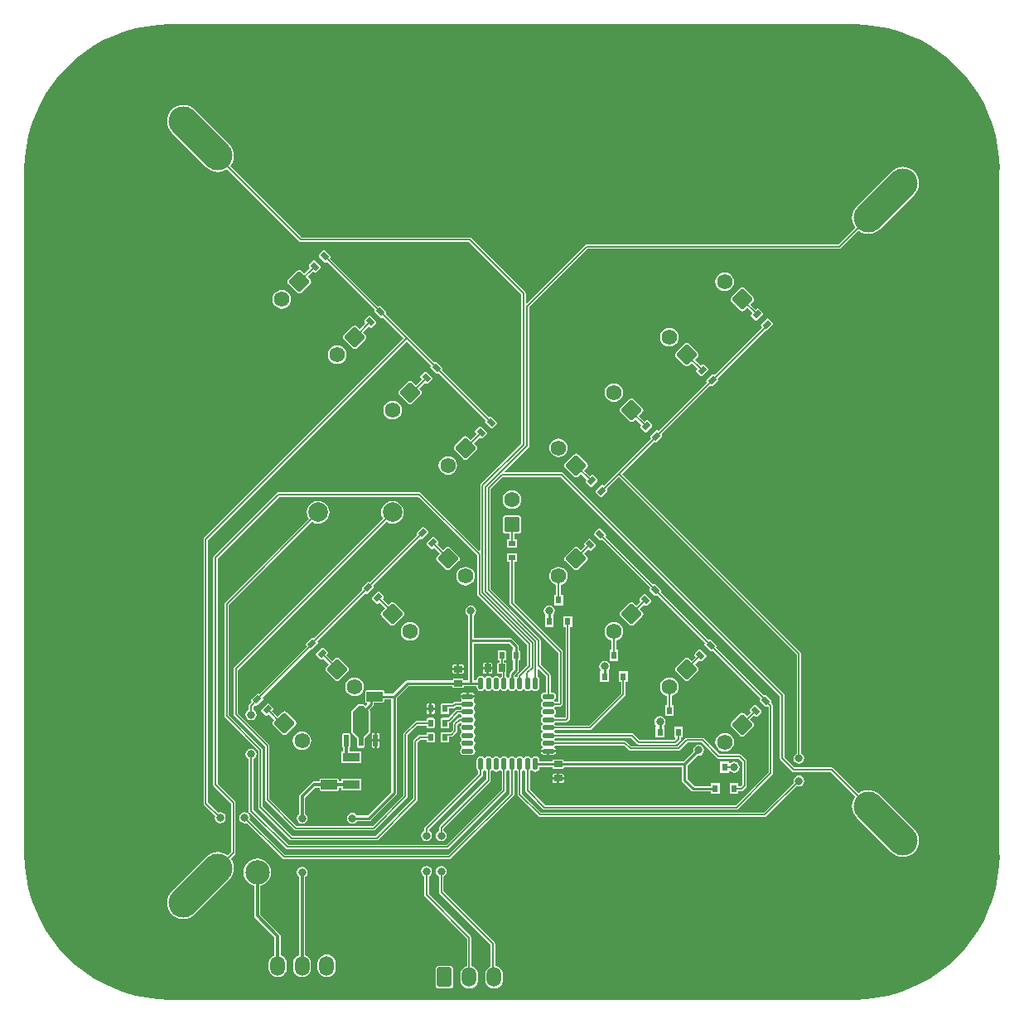
<source format=gbr>
%TF.GenerationSoftware,Altium Limited,Altium Designer,20.1.8 (145)*%
G04 Layer_Physical_Order=2*
G04 Layer_Color=16729670*
%FSLAX45Y45*%
%MOMM*%
%TF.SameCoordinates,793C4F5F-A07E-474B-A886-B682DA88F124*%
%TF.FilePolarity,Positive*%
%TF.FileFunction,Copper,L2,Bot,Signal*%
%TF.Part,Single*%
G01*
G75*
%TA.AperFunction,Conductor*%
%ADD10C,0.25400*%
%ADD11C,0.15240*%
%ADD12C,0.30480*%
%TA.AperFunction,ComponentPad*%
%ADD13C,2.50000*%
G04:AMPARAMS|DCode=14|XSize=1.5mm|YSize=2mm|CornerRadius=0.75mm|HoleSize=0mm|Usage=FLASHONLY|Rotation=0.000|XOffset=0mm|YOffset=0mm|HoleType=Round|Shape=RoundedRectangle|*
%AMROUNDEDRECTD14*
21,1,1.50000,0.50000,0,0,0.0*
21,1,0.00000,2.00000,0,0,0.0*
1,1,1.50000,0.00000,-0.25000*
1,1,1.50000,0.00000,-0.25000*
1,1,1.50000,0.00000,0.25000*
1,1,1.50000,0.00000,0.25000*
%
%ADD14ROUNDEDRECTD14*%
G04:AMPARAMS|DCode=15|XSize=1.5mm|YSize=2mm|CornerRadius=0.15mm|HoleSize=0mm|Usage=FLASHONLY|Rotation=0.000|XOffset=0mm|YOffset=0mm|HoleType=Round|Shape=RoundedRectangle|*
%AMROUNDEDRECTD15*
21,1,1.50000,1.70000,0,0,0.0*
21,1,1.20000,2.00000,0,0,0.0*
1,1,0.30000,0.60000,-0.85000*
1,1,0.30000,-0.60000,-0.85000*
1,1,0.30000,-0.60000,0.85000*
1,1,0.30000,0.60000,0.85000*
%
%ADD15ROUNDEDRECTD15*%
G04:AMPARAMS|DCode=16|XSize=3mm|YSize=8mm|CornerRadius=1.5mm|HoleSize=0mm|Usage=FLASHONLY|Rotation=45.000|XOffset=0mm|YOffset=0mm|HoleType=Round|Shape=RoundedRectangle|*
%AMROUNDEDRECTD16*
21,1,3.00000,5.00000,0,0,45.0*
21,1,0.00000,8.00000,0,0,45.0*
1,1,3.00000,1.76777,-1.76777*
1,1,3.00000,1.76777,-1.76777*
1,1,3.00000,-1.76777,1.76777*
1,1,3.00000,-1.76777,1.76777*
%
%ADD16ROUNDEDRECTD16*%
%ADD17C,2.00000*%
G04:AMPARAMS|DCode=18|XSize=3mm|YSize=8mm|CornerRadius=1.5mm|HoleSize=0mm|Usage=FLASHONLY|Rotation=315.000|XOffset=0mm|YOffset=0mm|HoleType=Round|Shape=RoundedRectangle|*
%AMROUNDEDRECTD18*
21,1,3.00000,5.00000,0,0,315.0*
21,1,0.00000,8.00000,0,0,315.0*
1,1,3.00000,-1.76777,-1.76777*
1,1,3.00000,-1.76777,-1.76777*
1,1,3.00000,1.76777,1.76777*
1,1,3.00000,1.76777,1.76777*
%
%ADD18ROUNDEDRECTD18*%
%ADD19C,1.58000*%
G04:AMPARAMS|DCode=20|XSize=1.58mm|YSize=1.58mm|CornerRadius=0.158mm|HoleSize=0mm|Usage=FLASHONLY|Rotation=135.000|XOffset=0mm|YOffset=0mm|HoleType=Round|Shape=RoundedRectangle|*
%AMROUNDEDRECTD20*
21,1,1.58000,1.26400,0,0,135.0*
21,1,1.26400,1.58000,0,0,135.0*
1,1,0.31600,0.00000,0.89378*
1,1,0.31600,0.89378,0.00000*
1,1,0.31600,0.00000,-0.89378*
1,1,0.31600,-0.89378,0.00000*
%
%ADD20ROUNDEDRECTD20*%
G04:AMPARAMS|DCode=21|XSize=1.58mm|YSize=1.58mm|CornerRadius=0.158mm|HoleSize=0mm|Usage=FLASHONLY|Rotation=0.000|XOffset=0mm|YOffset=0mm|HoleType=Round|Shape=RoundedRectangle|*
%AMROUNDEDRECTD21*
21,1,1.58000,1.26400,0,0,0.0*
21,1,1.26400,1.58000,0,0,0.0*
1,1,0.31600,0.63200,-0.63200*
1,1,0.31600,-0.63200,-0.63200*
1,1,0.31600,-0.63200,0.63200*
1,1,0.31600,0.63200,0.63200*
%
%ADD21ROUNDEDRECTD21*%
G04:AMPARAMS|DCode=22|XSize=1.58mm|YSize=1.58mm|CornerRadius=0.158mm|HoleSize=0mm|Usage=FLASHONLY|Rotation=45.000|XOffset=0mm|YOffset=0mm|HoleType=Round|Shape=RoundedRectangle|*
%AMROUNDEDRECTD22*
21,1,1.58000,1.26400,0,0,45.0*
21,1,1.26400,1.58000,0,0,45.0*
1,1,0.31600,0.89378,0.00000*
1,1,0.31600,0.00000,-0.89378*
1,1,0.31600,-0.89378,0.00000*
1,1,0.31600,0.00000,0.89378*
%
%ADD22ROUNDEDRECTD22*%
%TA.AperFunction,ViaPad*%
%ADD23C,0.80000*%
%TA.AperFunction,SMDPad,CuDef*%
%ADD24R,0.60000X0.80000*%
G04:AMPARAMS|DCode=25|XSize=1.65mm|YSize=0.95mm|CornerRadius=0.00475mm|HoleSize=0mm|Usage=FLASHONLY|Rotation=180.000|XOffset=0mm|YOffset=0mm|HoleType=Round|Shape=RoundedRectangle|*
%AMROUNDEDRECTD25*
21,1,1.65000,0.94050,0,0,180.0*
21,1,1.64050,0.95000,0,0,180.0*
1,1,0.00950,-0.82025,0.47025*
1,1,0.00950,0.82025,0.47025*
1,1,0.00950,0.82025,-0.47025*
1,1,0.00950,-0.82025,-0.47025*
%
%ADD25ROUNDEDRECTD25*%
%ADD26O,1.25000X0.50000*%
%ADD27O,0.50000X1.25000*%
G04:AMPARAMS|DCode=28|XSize=0.75mm|YSize=0.55mm|CornerRadius=0.00275mm|HoleSize=0mm|Usage=FLASHONLY|Rotation=135.000|XOffset=0mm|YOffset=0mm|HoleType=Round|Shape=RoundedRectangle|*
%AMROUNDEDRECTD28*
21,1,0.75000,0.54450,0,0,135.0*
21,1,0.74450,0.55000,0,0,135.0*
1,1,0.00550,-0.07071,0.45573*
1,1,0.00550,0.45573,-0.07071*
1,1,0.00550,0.07071,-0.45573*
1,1,0.00550,-0.45573,0.07071*
%
%ADD28ROUNDEDRECTD28*%
G04:AMPARAMS|DCode=29|XSize=0.75mm|YSize=0.55mm|CornerRadius=0.00275mm|HoleSize=0mm|Usage=FLASHONLY|Rotation=225.000|XOffset=0mm|YOffset=0mm|HoleType=Round|Shape=RoundedRectangle|*
%AMROUNDEDRECTD29*
21,1,0.75000,0.54450,0,0,225.0*
21,1,0.74450,0.55000,0,0,225.0*
1,1,0.00550,-0.45573,-0.07071*
1,1,0.00550,0.07071,0.45573*
1,1,0.00550,0.45573,0.07071*
1,1,0.00550,-0.07071,-0.45573*
%
%ADD29ROUNDEDRECTD29*%
G04:AMPARAMS|DCode=30|XSize=0.5mm|YSize=1.2mm|CornerRadius=0.0025mm|HoleSize=0mm|Usage=FLASHONLY|Rotation=0.000|XOffset=0mm|YOffset=0mm|HoleType=Round|Shape=RoundedRectangle|*
%AMROUNDEDRECTD30*
21,1,0.50000,1.19500,0,0,0.0*
21,1,0.49500,1.20000,0,0,0.0*
1,1,0.00500,0.24750,-0.59750*
1,1,0.00500,-0.24750,-0.59750*
1,1,0.00500,-0.24750,0.59750*
1,1,0.00500,0.24750,0.59750*
%
%ADD30ROUNDEDRECTD30*%
G04:AMPARAMS|DCode=31|XSize=0.5mm|YSize=0.9mm|CornerRadius=0.0025mm|HoleSize=0mm|Usage=FLASHONLY|Rotation=0.000|XOffset=0mm|YOffset=0mm|HoleType=Round|Shape=RoundedRectangle|*
%AMROUNDEDRECTD31*
21,1,0.50000,0.89500,0,0,0.0*
21,1,0.49500,0.90000,0,0,0.0*
1,1,0.00500,0.24750,-0.44750*
1,1,0.00500,-0.24750,-0.44750*
1,1,0.00500,-0.24750,0.44750*
1,1,0.00500,0.24750,0.44750*
%
%ADD31ROUNDEDRECTD31*%
G04:AMPARAMS|DCode=32|XSize=0.75mm|YSize=0.55mm|CornerRadius=0.00275mm|HoleSize=0mm|Usage=FLASHONLY|Rotation=0.000|XOffset=0mm|YOffset=0mm|HoleType=Round|Shape=RoundedRectangle|*
%AMROUNDEDRECTD32*
21,1,0.75000,0.54450,0,0,0.0*
21,1,0.74450,0.55000,0,0,0.0*
1,1,0.00550,0.37225,-0.27225*
1,1,0.00550,-0.37225,-0.27225*
1,1,0.00550,-0.37225,0.27225*
1,1,0.00550,0.37225,0.27225*
%
%ADD32ROUNDEDRECTD32*%
G04:AMPARAMS|DCode=33|XSize=0.75mm|YSize=0.55mm|CornerRadius=0.00275mm|HoleSize=0mm|Usage=FLASHONLY|Rotation=270.000|XOffset=0mm|YOffset=0mm|HoleType=Round|Shape=RoundedRectangle|*
%AMROUNDEDRECTD33*
21,1,0.75000,0.54450,0,0,270.0*
21,1,0.74450,0.55000,0,0,270.0*
1,1,0.00550,-0.27225,-0.37225*
1,1,0.00550,-0.27225,0.37225*
1,1,0.00550,0.27225,0.37225*
1,1,0.00550,0.27225,-0.37225*
%
%ADD33ROUNDEDRECTD33*%
G04:AMPARAMS|DCode=34|XSize=0.85mm|YSize=0.6mm|CornerRadius=0.003mm|HoleSize=0mm|Usage=FLASHONLY|Rotation=0.000|XOffset=0mm|YOffset=0mm|HoleType=Round|Shape=RoundedRectangle|*
%AMROUNDEDRECTD34*
21,1,0.85000,0.59400,0,0,0.0*
21,1,0.84400,0.60000,0,0,0.0*
1,1,0.00600,0.42200,-0.29700*
1,1,0.00600,-0.42200,-0.29700*
1,1,0.00600,-0.42200,0.29700*
1,1,0.00600,0.42200,0.29700*
%
%ADD34ROUNDEDRECTD34*%
G04:AMPARAMS|DCode=35|XSize=0.85mm|YSize=0.6mm|CornerRadius=0.003mm|HoleSize=0mm|Usage=FLASHONLY|Rotation=270.000|XOffset=0mm|YOffset=0mm|HoleType=Round|Shape=RoundedRectangle|*
%AMROUNDEDRECTD35*
21,1,0.85000,0.59400,0,0,270.0*
21,1,0.84400,0.60000,0,0,270.0*
1,1,0.00600,-0.29700,-0.42200*
1,1,0.00600,-0.29700,0.42200*
1,1,0.00600,0.29700,0.42200*
1,1,0.00600,0.29700,-0.42200*
%
%ADD35ROUNDEDRECTD35*%
%ADD36R,1.72000X0.89000*%
G36*
X3616383Y4978792D02*
X3732049Y4965102D01*
X3846284Y4942379D01*
X3958385Y4910763D01*
X4067659Y4870450D01*
X4173433Y4821687D01*
X4275055Y4764776D01*
X4371900Y4700067D01*
X4463368Y4627959D01*
X4548897Y4548897D01*
X4627959Y4463368D01*
X4700067Y4371900D01*
X4764776Y4275056D01*
X4821687Y4173434D01*
X4870449Y4067659D01*
X4910763Y3958385D01*
X4942378Y3846285D01*
X4965101Y3732050D01*
X4978791Y3616384D01*
X4983215Y3503789D01*
X4982461Y3500001D01*
X4982462Y-3499294D01*
X4983238Y-3503198D01*
X4978791Y-3616383D01*
X4965101Y-3732049D01*
X4942378Y-3846284D01*
X4910763Y-3958384D01*
X4870449Y-4067658D01*
X4821687Y-4173433D01*
X4764776Y-4275055D01*
X4700067Y-4371899D01*
X4627959Y-4463367D01*
X4548897Y-4548896D01*
X4463368Y-4627958D01*
X4371900Y-4700066D01*
X4275055Y-4764775D01*
X4173433Y-4821686D01*
X4067659Y-4870449D01*
X3958385Y-4910762D01*
X3846284Y-4942378D01*
X3732049Y-4965101D01*
X3616383Y-4978791D01*
X3500826Y-4983331D01*
X3500000Y-4983167D01*
X-3500000D01*
X-3500826Y-4983331D01*
X-3616383Y-4978791D01*
X-3732049Y-4965101D01*
X-3846284Y-4942378D01*
X-3958385Y-4910762D01*
X-4067659Y-4870449D01*
X-4173433Y-4821686D01*
X-4275055Y-4764775D01*
X-4371900Y-4700066D01*
X-4463368Y-4627958D01*
X-4548897Y-4548896D01*
X-4627959Y-4463367D01*
X-4700067Y-4371899D01*
X-4764776Y-4275055D01*
X-4821687Y-4173433D01*
X-4870449Y-4067658D01*
X-4910763Y-3958384D01*
X-4942378Y-3846284D01*
X-4965101Y-3732049D01*
X-4978791Y-3616383D01*
X-4983331Y-3500826D01*
X-4983167Y-3500000D01*
Y3500001D01*
X-4983331Y3500827D01*
X-4978791Y3616384D01*
X-4965101Y3732050D01*
X-4942378Y3846285D01*
X-4910763Y3958385D01*
X-4870449Y4067659D01*
X-4821687Y4173434D01*
X-4764776Y4275056D01*
X-4700067Y4371900D01*
X-4627959Y4463368D01*
X-4548897Y4548897D01*
X-4463368Y4627959D01*
X-4371900Y4700067D01*
X-4275055Y4764776D01*
X-4173433Y4821687D01*
X-4067659Y4870450D01*
X-3958385Y4910763D01*
X-3846284Y4942379D01*
X-3732049Y4965102D01*
X-3616383Y4978792D01*
X-3500826Y4983332D01*
X-3500000Y4983168D01*
X3500000D01*
X3500826Y4983332D01*
X3616383Y4978792D01*
D02*
G37*
%LPC*%
G36*
X-3360346Y4159247D02*
X-3392739Y4156056D01*
X-3423887Y4146608D01*
X-3452593Y4131264D01*
X-3477754Y4110615D01*
X-3498403Y4085454D01*
X-3513747Y4056748D01*
X-3523196Y4025600D01*
X-3526386Y3993207D01*
X-3523196Y3960815D01*
X-3513747Y3929667D01*
X-3498403Y3900961D01*
X-3477754Y3875799D01*
X-3124201Y3522246D01*
X-3099040Y3501597D01*
X-3070333Y3486253D01*
X-3039186Y3476805D01*
X-3006793Y3473614D01*
X-2974400Y3476805D01*
X-2943252Y3486253D01*
X-2914546Y3501597D01*
X-2913072Y3502807D01*
X-2176513Y2766247D01*
X-2168951Y2761195D01*
X-2160032Y2759421D01*
X-441790D01*
X94640Y2222991D01*
Y698952D01*
X-318700Y285612D01*
X-323753Y278050D01*
X-325527Y269131D01*
Y-392074D01*
X-337260Y-396934D01*
X-929431Y195236D01*
X-936992Y200289D01*
X-945912Y202063D01*
X-2384105D01*
X-2393024Y200289D01*
X-2400586Y195236D01*
X-3045994Y-450172D01*
X-3051046Y-457733D01*
X-3052821Y-466653D01*
Y-2788607D01*
X-3051046Y-2797527D01*
X-3045994Y-2805088D01*
X-2870648Y-2980434D01*
Y-3470547D01*
X-2907490Y-3507388D01*
X-2914546Y-3501597D01*
X-2943252Y-3486253D01*
X-2974400Y-3476805D01*
X-3006793Y-3473614D01*
X-3039186Y-3476805D01*
X-3070333Y-3486253D01*
X-3099040Y-3501597D01*
X-3124201Y-3522246D01*
X-3477754Y-3875799D01*
X-3498403Y-3900961D01*
X-3513747Y-3929667D01*
X-3523196Y-3960815D01*
X-3526386Y-3993207D01*
X-3523196Y-4025600D01*
X-3513747Y-4056748D01*
X-3498403Y-4085454D01*
X-3477754Y-4110615D01*
X-3452593Y-4131264D01*
X-3423887Y-4146608D01*
X-3392739Y-4156056D01*
X-3360346Y-4159247D01*
X-3327954Y-4156056D01*
X-3296806Y-4146608D01*
X-3268100Y-4131264D01*
X-3242939Y-4110615D01*
X-2889385Y-3757062D01*
X-2868736Y-3731900D01*
X-2853393Y-3703194D01*
X-2843944Y-3672047D01*
X-2840754Y-3639654D01*
X-2843944Y-3607261D01*
X-2853393Y-3576113D01*
X-2868736Y-3547407D01*
X-2874528Y-3540351D01*
X-2830859Y-3496682D01*
X-2825806Y-3489120D01*
X-2824032Y-3480201D01*
Y-2970780D01*
X-2825806Y-2961860D01*
X-2830859Y-2954299D01*
X-3006205Y-2778953D01*
Y-476307D01*
X-2374451Y155447D01*
X-955566D01*
X-356007Y-444112D01*
Y-836374D01*
X-354233Y-845293D01*
X-349180Y-852855D01*
X155092Y-1357127D01*
Y-1569122D01*
X62879Y-1661335D01*
X57826Y-1668897D01*
X56052Y-1677816D01*
Y-1681257D01*
X50349Y-1685069D01*
X49471Y-1686383D01*
X35606Y-1687206D01*
X27847Y-1678990D01*
Y-1670829D01*
X61003Y-1637673D01*
X61004Y-1637672D01*
X67179Y-1628430D01*
X69348Y-1617528D01*
X69347Y-1617527D01*
Y-1518373D01*
X74139Y-1517420D01*
X79271Y-1513991D01*
X82700Y-1508859D01*
X83904Y-1502805D01*
Y-1428355D01*
X82700Y-1422301D01*
X79271Y-1417169D01*
X74139Y-1413740D01*
X69347Y-1412787D01*
Y-1373723D01*
X69348Y-1373722D01*
X67179Y-1362820D01*
X61004Y-1353578D01*
X61003Y-1353577D01*
X3002Y-1295576D01*
X-6240Y-1289401D01*
X-17142Y-1287232D01*
X-17143Y-1287233D01*
X-393181D01*
Y-1059009D01*
X-381814Y-1051414D01*
X-369605Y-1033142D01*
X-365318Y-1011588D01*
X-369605Y-990034D01*
X-381814Y-971762D01*
X-400086Y-959553D01*
X-421640Y-955266D01*
X-443194Y-959553D01*
X-461466Y-971762D01*
X-473675Y-990034D01*
X-477962Y-1011588D01*
X-473675Y-1033142D01*
X-461466Y-1051414D01*
X-450156Y-1058971D01*
Y-1315720D01*
Y-1721965D01*
X-493070D01*
Y-1720752D01*
X-494276Y-1714689D01*
X-497711Y-1709549D01*
X-502851Y-1706114D01*
X-508915Y-1704908D01*
X-593315D01*
X-599379Y-1706114D01*
X-604519Y-1709549D01*
X-607954Y-1714689D01*
X-609160Y-1720752D01*
Y-1721965D01*
X-1069732D01*
X-1080634Y-1724133D01*
X-1089876Y-1730309D01*
X-1089877Y-1730309D01*
X-1215760Y-1856193D01*
X-1306572D01*
Y-1837655D01*
X-1307792Y-1831523D01*
X-1311265Y-1826325D01*
X-1316463Y-1822852D01*
X-1322595Y-1821632D01*
X-1486645D01*
X-1492777Y-1822852D01*
X-1497975Y-1826325D01*
X-1501448Y-1831523D01*
X-1502668Y-1837655D01*
Y-1931705D01*
X-1501448Y-1937837D01*
X-1497975Y-1943035D01*
X-1492777Y-1946508D01*
X-1486645Y-1947728D01*
X-1483532D01*
X-1478272Y-1960428D01*
X-1499158Y-1981314D01*
X-1507656Y-1972816D01*
X-1519320Y-1967984D01*
X-1569320D01*
X-1580984Y-1972816D01*
X-1635984Y-2027816D01*
X-1640816Y-2039480D01*
Y-2249480D01*
X-1635984Y-2261145D01*
X-1584863Y-2312265D01*
Y-2394230D01*
X-1583661Y-2400274D01*
X-1580238Y-2405398D01*
X-1575114Y-2408821D01*
X-1569070Y-2410024D01*
X-1519570D01*
X-1513526Y-2408821D01*
X-1508402Y-2405398D01*
X-1504979Y-2400274D01*
X-1503777Y-2394230D01*
Y-2312265D01*
X-1452656Y-2261144D01*
X-1447824Y-2249480D01*
Y-2039480D01*
X-1452656Y-2027816D01*
X-1458870Y-2021601D01*
X-1419638Y-1982369D01*
X-1419637Y-1982368D01*
X-1413462Y-1973126D01*
X-1411294Y-1962224D01*
Y-1947728D01*
X-1322595D01*
X-1316463Y-1946508D01*
X-1311265Y-1943035D01*
X-1307792Y-1937837D01*
X-1306572Y-1931705D01*
Y-1913167D01*
X-1232447D01*
Y-2858400D01*
X-1474758Y-3100711D01*
X-1583333D01*
X-1590854Y-3089454D01*
X-1609126Y-3077245D01*
X-1630680Y-3072958D01*
X-1652234Y-3077245D01*
X-1670506Y-3089454D01*
X-1682715Y-3107726D01*
X-1687002Y-3129280D01*
X-1682715Y-3150834D01*
X-1670506Y-3169106D01*
X-1652234Y-3181315D01*
X-1630680Y-3185602D01*
X-1609126Y-3181315D01*
X-1590854Y-3169106D01*
X-1583223Y-3157686D01*
X-1462959D01*
X-1462958Y-3157686D01*
X-1452057Y-3155517D01*
X-1442814Y-3149342D01*
X-1183817Y-2890344D01*
X-1183816Y-2890344D01*
X-1177641Y-2881102D01*
X-1175473Y-2870200D01*
Y-1896480D01*
X-1057933Y-1778940D01*
X-609160D01*
Y-1780152D01*
X-607954Y-1786216D01*
X-604519Y-1791356D01*
X-599379Y-1794791D01*
X-593315Y-1795997D01*
X-508915D01*
X-502851Y-1794791D01*
X-497711Y-1791356D01*
X-494276Y-1786216D01*
X-493070Y-1780152D01*
Y-1778940D01*
X-361668D01*
Y-1789080D01*
X-358545Y-1804781D01*
X-349651Y-1818091D01*
X-336341Y-1826985D01*
X-320640Y-1830108D01*
X-304939Y-1826985D01*
X-291629Y-1818091D01*
X-288277Y-1813076D01*
X-273003D01*
X-269651Y-1818091D01*
X-256341Y-1826985D01*
X-240640Y-1830108D01*
X-224939Y-1826985D01*
X-211629Y-1818091D01*
X-208277Y-1813075D01*
X-193003D01*
X-189651Y-1818091D01*
X-176341Y-1826985D01*
X-160640Y-1830108D01*
X-144939Y-1826985D01*
X-131629Y-1818091D01*
X-128277Y-1813076D01*
X-113003D01*
X-109652Y-1818091D01*
X-96341Y-1826985D01*
X-80640Y-1830108D01*
X-64939Y-1826985D01*
X-51629Y-1818091D01*
X-48277Y-1813075D01*
X-33003D01*
X-29651Y-1818091D01*
X-16341Y-1826985D01*
X-640Y-1830108D01*
X15061Y-1826985D01*
X28371Y-1818091D01*
X31723Y-1813075D01*
X46997D01*
X50349Y-1818091D01*
X63659Y-1826985D01*
X79360Y-1830108D01*
X95061Y-1826985D01*
X108371Y-1818091D01*
X111723Y-1813076D01*
X126997D01*
X130348Y-1818091D01*
X143659Y-1826985D01*
X159360Y-1830108D01*
X175061Y-1826985D01*
X188371Y-1818091D01*
X191723Y-1813075D01*
X206997D01*
X210349Y-1818091D01*
X223659Y-1826985D01*
X239360Y-1830108D01*
X255061Y-1826985D01*
X268371Y-1818091D01*
X277265Y-1804781D01*
X280388Y-1789080D01*
Y-1714080D01*
X277265Y-1698379D01*
X268371Y-1685069D01*
X262668Y-1681257D01*
Y-1607623D01*
X274401Y-1602763D01*
X348552Y-1676914D01*
Y-1843052D01*
X334360D01*
X318659Y-1846175D01*
X305348Y-1855069D01*
X296455Y-1868379D01*
X293331Y-1884080D01*
X296455Y-1899781D01*
X305348Y-1913091D01*
X310364Y-1916443D01*
Y-1931717D01*
X305348Y-1935069D01*
X296455Y-1948379D01*
X293331Y-1964080D01*
X296455Y-1979781D01*
X305348Y-1993091D01*
X310364Y-1996443D01*
Y-2011717D01*
X305348Y-2015069D01*
X296455Y-2028379D01*
X293331Y-2044080D01*
X296455Y-2059781D01*
X305348Y-2073091D01*
X310364Y-2076443D01*
Y-2091717D01*
X305348Y-2095068D01*
X296455Y-2108379D01*
X293331Y-2124080D01*
X296455Y-2139781D01*
X305348Y-2153091D01*
X310364Y-2156443D01*
Y-2171717D01*
X305348Y-2175069D01*
X296455Y-2188379D01*
X293331Y-2204080D01*
X296455Y-2219781D01*
X305348Y-2233091D01*
X310364Y-2236443D01*
Y-2251717D01*
X305348Y-2255069D01*
X296455Y-2268379D01*
X293331Y-2284080D01*
X296455Y-2299781D01*
X305348Y-2313091D01*
X310364Y-2316443D01*
Y-2331717D01*
X305348Y-2335068D01*
X296455Y-2348379D01*
X293331Y-2364080D01*
X296455Y-2379781D01*
X305348Y-2393091D01*
X310364Y-2396443D01*
Y-2411717D01*
X305348Y-2415069D01*
X296455Y-2428379D01*
X295858Y-2431377D01*
X371858D01*
X447861D01*
X447265Y-2428379D01*
X438371Y-2415069D01*
X433355Y-2411717D01*
Y-2396443D01*
X438371Y-2393091D01*
X442181Y-2387389D01*
X1145387D01*
X1191271Y-2433273D01*
X1198832Y-2438325D01*
X1207752Y-2440100D01*
X1699983D01*
X1708903Y-2438325D01*
X1716464Y-2433273D01*
X1795169Y-2354569D01*
X1934405D01*
X2095677Y-2515841D01*
X2103239Y-2520894D01*
X2112158Y-2522668D01*
X2318237D01*
X2353486Y-2557916D01*
Y-2785431D01*
X2334425Y-2804492D01*
X2313179D01*
Y-2772560D01*
X2222699D01*
Y-2883040D01*
X2313179D01*
Y-2851108D01*
X2344079D01*
X2352998Y-2849334D01*
X2360560Y-2844281D01*
X2393275Y-2811566D01*
X2398327Y-2804005D01*
X2400102Y-2795085D01*
Y-2548262D01*
X2398327Y-2539343D01*
X2393275Y-2531781D01*
X2344373Y-2482879D01*
X2336811Y-2477826D01*
X2327892Y-2476052D01*
X2121813D01*
X1960540Y-2314780D01*
X1952979Y-2309727D01*
X1944059Y-2307953D01*
X1785514D01*
X1776595Y-2309727D01*
X1769033Y-2314779D01*
X1690329Y-2393484D01*
X1217406D01*
X1171522Y-2347600D01*
X1163961Y-2342548D01*
X1155041Y-2340774D01*
X442183D01*
X438371Y-2335068D01*
X433355Y-2331717D01*
Y-2316443D01*
X438371Y-2313091D01*
X442182Y-2307388D01*
X1217786D01*
X1279484Y-2369086D01*
X1287046Y-2374139D01*
X1295965Y-2375913D01*
X1670146D01*
X1679065Y-2374139D01*
X1686627Y-2369086D01*
X1718735Y-2336978D01*
X1723787Y-2329416D01*
X1725561Y-2320497D01*
Y-2305719D01*
X1747494D01*
Y-2195239D01*
X1657014D01*
Y-2305719D01*
X1666108D01*
X1671369Y-2318419D01*
X1660491Y-2329297D01*
X1305619D01*
X1243921Y-2267599D01*
X1236360Y-2262546D01*
X1227440Y-2260772D01*
X442182D01*
X438371Y-2255069D01*
X433355Y-2251717D01*
Y-2236443D01*
X438371Y-2233091D01*
X442182Y-2227388D01*
X796461D01*
X805380Y-2225614D01*
X812942Y-2220561D01*
X1153050Y-1880453D01*
X1158102Y-1872892D01*
X1159876Y-1863972D01*
Y-1740040D01*
X1181808D01*
Y-1629560D01*
X1091329D01*
Y-1740040D01*
X1113261D01*
Y-1854318D01*
X786806Y-2180772D01*
X442182D01*
X438371Y-2175069D01*
X433355Y-2171717D01*
Y-2156443D01*
X438371Y-2153091D01*
X442182Y-2147388D01*
X553080D01*
X562000Y-2145613D01*
X569561Y-2140561D01*
X587364Y-2122758D01*
X592417Y-2115196D01*
X594191Y-2106277D01*
Y-1174328D01*
X616123D01*
Y-1063848D01*
X525643D01*
Y-1174328D01*
X547575D01*
Y-2096623D01*
X543426Y-2100772D01*
X442182D01*
X438371Y-2095068D01*
X433355Y-2091717D01*
Y-2076443D01*
X438371Y-2073091D01*
X447265Y-2059781D01*
X450388Y-2044080D01*
X447265Y-2028379D01*
X438371Y-2015069D01*
X433355Y-2011717D01*
Y-1996443D01*
X438371Y-1993091D01*
X442182Y-1987388D01*
X486844D01*
X495763Y-1985614D01*
X503325Y-1980561D01*
X512252Y-1971633D01*
X517305Y-1964072D01*
X519079Y-1955152D01*
Y-1427061D01*
X517305Y-1418142D01*
X512252Y-1410580D01*
X23308Y-921636D01*
Y-508384D01*
X37225D01*
X43279Y-507180D01*
X48411Y-503751D01*
X51840Y-498619D01*
X53044Y-492565D01*
Y-438115D01*
X51840Y-432062D01*
X48411Y-426930D01*
X43279Y-423501D01*
X37225Y-422296D01*
X-37225D01*
X-43279Y-423501D01*
X-48411Y-426930D01*
X-51840Y-432062D01*
X-53044Y-438115D01*
Y-492565D01*
X-51840Y-498619D01*
X-48411Y-503751D01*
X-43279Y-507180D01*
X-37225Y-508384D01*
X-23308D01*
Y-931290D01*
X-21533Y-940210D01*
X-16481Y-947771D01*
X472464Y-1436716D01*
Y-1940772D01*
X442182D01*
X438371Y-1935069D01*
X433355Y-1931717D01*
Y-1916443D01*
X438371Y-1913091D01*
X447265Y-1899781D01*
X450388Y-1884080D01*
X447265Y-1868379D01*
X438371Y-1855069D01*
X425061Y-1846175D01*
X409360Y-1843052D01*
X395168D01*
Y-1667259D01*
X393393Y-1658340D01*
X388341Y-1650778D01*
X293148Y-1555585D01*
Y-1309598D01*
X291374Y-1300678D01*
X286321Y-1293117D01*
X-217952Y-788844D01*
Y234226D01*
X-93206Y358972D01*
X497066D01*
X2737672Y-1881634D01*
Y-2128119D01*
Y-2517140D01*
X2739446Y-2526059D01*
X2744499Y-2533621D01*
X2861339Y-2650461D01*
X2868900Y-2655514D01*
X2877820Y-2657288D01*
X3257187D01*
X3507388Y-2907490D01*
X3501597Y-2914546D01*
X3486253Y-2943252D01*
X3476805Y-2974400D01*
X3473614Y-3006793D01*
X3476805Y-3039186D01*
X3486253Y-3070333D01*
X3501597Y-3099040D01*
X3522246Y-3124201D01*
X3875799Y-3477754D01*
X3900961Y-3498403D01*
X3929667Y-3513747D01*
X3960815Y-3523196D01*
X3993207Y-3526386D01*
X4025600Y-3523196D01*
X4056748Y-3513747D01*
X4085454Y-3498403D01*
X4110615Y-3477754D01*
X4131264Y-3452593D01*
X4146608Y-3423887D01*
X4156056Y-3392739D01*
X4159247Y-3360346D01*
X4156056Y-3327954D01*
X4146608Y-3296806D01*
X4131264Y-3268100D01*
X4110615Y-3242939D01*
X3757062Y-2889385D01*
X3731900Y-2868736D01*
X3703194Y-2853393D01*
X3672047Y-2843944D01*
X3639654Y-2840754D01*
X3607261Y-2843944D01*
X3576113Y-2853393D01*
X3547407Y-2868736D01*
X3540351Y-2874528D01*
X3283322Y-2617499D01*
X3275760Y-2612446D01*
X3266841Y-2610672D01*
X2887474D01*
X2784288Y-2507486D01*
Y-2128119D01*
Y-1871980D01*
X2782514Y-1863061D01*
X2777461Y-1855499D01*
X523201Y398761D01*
X515639Y403814D01*
X506720Y405588D01*
X-73101D01*
X-77961Y417321D01*
X168881Y664164D01*
X173934Y671725D01*
X175708Y680645D01*
Y2091556D01*
X773565Y2689412D01*
X3345581D01*
X3354500Y2691186D01*
X3362062Y2696239D01*
X3540351Y2874528D01*
X3547407Y2868736D01*
X3576113Y2853393D01*
X3607261Y2843944D01*
X3639654Y2840754D01*
X3672047Y2843944D01*
X3703194Y2853393D01*
X3731900Y2868736D01*
X3757062Y2889385D01*
X4110615Y3242939D01*
X4131264Y3268100D01*
X4146608Y3296806D01*
X4156056Y3327954D01*
X4159247Y3360346D01*
X4156056Y3392739D01*
X4146608Y3423887D01*
X4131264Y3452593D01*
X4110615Y3477754D01*
X4085454Y3498403D01*
X4056748Y3513747D01*
X4025600Y3523196D01*
X3993207Y3526386D01*
X3960815Y3523196D01*
X3929667Y3513747D01*
X3900961Y3498403D01*
X3875799Y3477754D01*
X3522246Y3124201D01*
X3501597Y3099040D01*
X3486253Y3070333D01*
X3476805Y3039186D01*
X3473614Y3006793D01*
X3476805Y2974400D01*
X3486253Y2943252D01*
X3501597Y2914546D01*
X3507388Y2907490D01*
X3335927Y2736028D01*
X763910D01*
X754990Y2734254D01*
X747429Y2729201D01*
X152989Y2134761D01*
X141255Y2139621D01*
Y2232646D01*
X139481Y2241565D01*
X134428Y2249127D01*
X-415654Y2799210D01*
X-423216Y2804262D01*
X-432135Y2806036D01*
X-2150377D01*
X-2879109Y3534768D01*
X-2868736Y3547407D01*
X-2853393Y3576113D01*
X-2843944Y3607261D01*
X-2840754Y3639654D01*
X-2843944Y3672047D01*
X-2853393Y3703194D01*
X-2868736Y3731900D01*
X-2889385Y3757062D01*
X-3242939Y4110615D01*
X-3268100Y4131264D01*
X-3296806Y4146608D01*
X-3327954Y4156056D01*
X-3360346Y4159247D01*
D02*
G37*
G36*
X-2023831Y2570912D02*
X-2029885Y2569708D01*
X-2035017Y2566279D01*
X-2073519Y2527777D01*
X-2076948Y2522645D01*
X-2078152Y2516591D01*
X-2076948Y2510538D01*
X-2073519Y2505405D01*
X-2063279Y2495166D01*
X-2122352Y2436093D01*
X-2150560Y2464301D01*
X-2160828Y2471161D01*
X-2172939Y2473570D01*
X-2185050Y2471161D01*
X-2195318Y2464301D01*
X-2284696Y2374923D01*
X-2291556Y2364655D01*
X-2293965Y2352544D01*
X-2291556Y2340433D01*
X-2284696Y2330165D01*
X-2195318Y2240787D01*
X-2185050Y2233927D01*
X-2172939Y2231518D01*
X-2160828Y2233927D01*
X-2150560Y2240787D01*
X-2061182Y2330165D01*
X-2054322Y2340433D01*
X-2051913Y2352544D01*
X-2054322Y2364655D01*
X-2061182Y2374923D01*
X-2089390Y2403131D01*
X-2030317Y2462204D01*
X-2020875Y2452761D01*
X-2015742Y2449332D01*
X-2009689Y2448128D01*
X-2003635Y2449332D01*
X-1998503Y2452761D01*
X-1960001Y2491263D01*
X-1956572Y2496395D01*
X-1955368Y2502449D01*
X-1956572Y2508502D01*
X-1960001Y2513635D01*
X-2012645Y2566279D01*
X-2017778Y2569708D01*
X-2023831Y2570912D01*
D02*
G37*
G36*
X2172939Y2447597D02*
X2148337Y2444358D01*
X2125413Y2434863D01*
X2105726Y2419757D01*
X2090620Y2400070D01*
X2081125Y2377146D01*
X2077886Y2352544D01*
X2081125Y2327942D01*
X2090620Y2305017D01*
X2105726Y2285331D01*
X2125413Y2270225D01*
X2148337Y2260730D01*
X2172939Y2257491D01*
X2197541Y2260730D01*
X2220465Y2270225D01*
X2240152Y2285331D01*
X2255258Y2305017D01*
X2264753Y2327942D01*
X2267992Y2352544D01*
X2264753Y2377146D01*
X2255258Y2400070D01*
X2240152Y2419757D01*
X2220465Y2434863D01*
X2197541Y2444358D01*
X2172939Y2447597D01*
D02*
G37*
G36*
X-2352544Y2267992D02*
X-2377146Y2264753D01*
X-2400070Y2255258D01*
X-2419757Y2240152D01*
X-2434863Y2220465D01*
X-2444358Y2197541D01*
X-2447597Y2172939D01*
X-2444358Y2148337D01*
X-2434863Y2125413D01*
X-2419757Y2105726D01*
X-2400070Y2090620D01*
X-2377146Y2081125D01*
X-2352544Y2077886D01*
X-2327942Y2081125D01*
X-2305017Y2090620D01*
X-2285331Y2105726D01*
X-2270225Y2125413D01*
X-2260730Y2148337D01*
X-2257491Y2172939D01*
X-2260730Y2197541D01*
X-2270225Y2220465D01*
X-2285331Y2240152D01*
X-2305017Y2255258D01*
X-2327942Y2264753D01*
X-2352544Y2267992D01*
D02*
G37*
G36*
X2352544Y2293965D02*
X2340433Y2291556D01*
X2330165Y2284696D01*
X2240787Y2195318D01*
X2233927Y2185050D01*
X2231518Y2172939D01*
X2233927Y2160828D01*
X2240787Y2150560D01*
X2330165Y2061182D01*
X2340433Y2054322D01*
X2352544Y2051913D01*
X2364655Y2054322D01*
X2374923Y2061182D01*
X2400989Y2087249D01*
X2454982Y2033256D01*
X2445141Y2023415D01*
X2441712Y2018282D01*
X2440508Y2012229D01*
X2441712Y2006175D01*
X2445141Y2001043D01*
X2483643Y1962541D01*
X2488775Y1959112D01*
X2494829Y1957908D01*
X2500882Y1959112D01*
X2506015Y1962541D01*
X2558659Y2015185D01*
X2562088Y2020318D01*
X2563292Y2026371D01*
X2562088Y2032425D01*
X2558659Y2037557D01*
X2520157Y2076059D01*
X2515025Y2079488D01*
X2508971Y2080692D01*
X2502918Y2079488D01*
X2497785Y2076059D01*
X2487944Y2066218D01*
X2433951Y2120211D01*
X2464301Y2150560D01*
X2471161Y2160828D01*
X2473570Y2172939D01*
X2471161Y2185050D01*
X2464301Y2195318D01*
X2374923Y2284696D01*
X2364655Y2291556D01*
X2352544Y2293965D01*
D02*
G37*
G36*
X-1454871Y2004492D02*
X-1460925Y2003288D01*
X-1466057Y1999859D01*
X-1504559Y1961357D01*
X-1507988Y1956225D01*
X-1509192Y1950171D01*
X-1507988Y1944118D01*
X-1504559Y1938985D01*
X-1494718Y1929144D01*
X-1555061Y1868801D01*
X-1584875Y1898615D01*
X-1595142Y1905475D01*
X-1607254Y1907885D01*
X-1619365Y1905475D01*
X-1629632Y1898615D01*
X-1719010Y1809237D01*
X-1725871Y1798970D01*
X-1728280Y1786859D01*
X-1725871Y1774747D01*
X-1719010Y1764480D01*
X-1629632Y1675102D01*
X-1619365Y1668242D01*
X-1607254Y1665832D01*
X-1595142Y1668242D01*
X-1584875Y1675102D01*
X-1495497Y1764480D01*
X-1488637Y1774747D01*
X-1486227Y1786859D01*
X-1488637Y1798970D01*
X-1495497Y1809237D01*
X-1522099Y1835839D01*
X-1461756Y1896182D01*
X-1451915Y1886341D01*
X-1446782Y1882912D01*
X-1440729Y1881708D01*
X-1434675Y1882912D01*
X-1429543Y1886341D01*
X-1391041Y1924843D01*
X-1387612Y1929975D01*
X-1386408Y1936029D01*
X-1387612Y1942082D01*
X-1391041Y1947215D01*
X-1443685Y1999859D01*
X-1448818Y2003288D01*
X-1454871Y2004492D01*
D02*
G37*
G36*
X2611502Y1978161D02*
X2605448Y1976957D01*
X2600316Y1973528D01*
X2547672Y1920884D01*
X2544243Y1915752D01*
X2543039Y1909698D01*
X2544243Y1903644D01*
X2547672Y1898512D01*
X2556792Y1889393D01*
X2066657Y1399258D01*
X2063888Y1402028D01*
X2058756Y1405457D01*
X2052702Y1406661D01*
X2046648Y1405457D01*
X2041516Y1402028D01*
X1988872Y1349384D01*
X1985443Y1344252D01*
X1984239Y1338198D01*
X1985443Y1332144D01*
X1988872Y1327012D01*
X1991642Y1324243D01*
X1495157Y827758D01*
X1492388Y830528D01*
X1487256Y833957D01*
X1481202Y835161D01*
X1475148Y833957D01*
X1470016Y830528D01*
X1417372Y777884D01*
X1413943Y772752D01*
X1412739Y766698D01*
X1413943Y760644D01*
X1417372Y755512D01*
X1420142Y752743D01*
X1076650Y409251D01*
X1076649Y409250D01*
X936357Y268958D01*
X933588Y271728D01*
X928456Y275157D01*
X922402Y276361D01*
X916348Y275157D01*
X911216Y271728D01*
X858572Y219084D01*
X855143Y213952D01*
X853939Y207898D01*
X855143Y201844D01*
X858572Y196712D01*
X897074Y158211D01*
X902206Y154782D01*
X908259Y153577D01*
X914313Y154782D01*
X919445Y158211D01*
X972089Y210855D01*
X975518Y215987D01*
X976723Y222041D01*
X975518Y228094D01*
X972089Y233226D01*
X969320Y235996D01*
X1093131Y359807D01*
X2908179Y-1455241D01*
Y-2466277D01*
X2891661Y-2477314D01*
X2879452Y-2495586D01*
X2875165Y-2517140D01*
X2879452Y-2538694D01*
X2891661Y-2556966D01*
X2909933Y-2569175D01*
X2931487Y-2573462D01*
X2953041Y-2569175D01*
X2971313Y-2556966D01*
X2983522Y-2538694D01*
X2987809Y-2517140D01*
X2983522Y-2495586D01*
X2971313Y-2477314D01*
X2954795Y-2466277D01*
Y-1445587D01*
X2953021Y-1436668D01*
X2947968Y-1429106D01*
X1126093Y392769D01*
X1453104Y719781D01*
X1455874Y717011D01*
X1461006Y713582D01*
X1467059Y712377D01*
X1473113Y713582D01*
X1478245Y717011D01*
X1530889Y769655D01*
X1534318Y774787D01*
X1535523Y780841D01*
X1534318Y786894D01*
X1530889Y792026D01*
X1528120Y794796D01*
X2024604Y1291280D01*
X2027374Y1288511D01*
X2032506Y1285082D01*
X2038559Y1283877D01*
X2044613Y1285082D01*
X2049745Y1288511D01*
X2102389Y1341155D01*
X2105818Y1346287D01*
X2107023Y1352341D01*
X2105818Y1358394D01*
X2102389Y1363526D01*
X2099619Y1366296D01*
X2590466Y1857143D01*
X2591306Y1856582D01*
X2597359Y1855377D01*
X2603413Y1856582D01*
X2608545Y1860011D01*
X2661189Y1912655D01*
X2664618Y1917787D01*
X2665823Y1923841D01*
X2664618Y1929894D01*
X2661189Y1935026D01*
X2622688Y1973528D01*
X2617556Y1976957D01*
X2611502Y1978161D01*
D02*
G37*
G36*
X1607254Y1881912D02*
X1582652Y1878673D01*
X1559727Y1869177D01*
X1540041Y1854071D01*
X1524935Y1834385D01*
X1515439Y1811460D01*
X1512200Y1786859D01*
X1515439Y1762257D01*
X1524935Y1739332D01*
X1540041Y1719646D01*
X1559727Y1704540D01*
X1582652Y1695044D01*
X1607254Y1691805D01*
X1631855Y1695044D01*
X1654780Y1704540D01*
X1674466Y1719646D01*
X1689572Y1739332D01*
X1699068Y1762257D01*
X1702307Y1786859D01*
X1699068Y1811460D01*
X1689572Y1834385D01*
X1674466Y1854071D01*
X1654780Y1869177D01*
X1631855Y1878673D01*
X1607254Y1881912D01*
D02*
G37*
G36*
X-1786859Y1702307D02*
X-1811460Y1699068D01*
X-1834385Y1689572D01*
X-1854071Y1674466D01*
X-1869177Y1654780D01*
X-1878673Y1631855D01*
X-1881912Y1607254D01*
X-1878673Y1582652D01*
X-1869177Y1559727D01*
X-1854071Y1540041D01*
X-1834385Y1524935D01*
X-1811460Y1515439D01*
X-1786859Y1512200D01*
X-1762257Y1515439D01*
X-1739332Y1524935D01*
X-1719646Y1540041D01*
X-1704540Y1559727D01*
X-1695044Y1582652D01*
X-1691805Y1607254D01*
X-1695044Y1631855D01*
X-1704540Y1654780D01*
X-1719646Y1674466D01*
X-1739332Y1689572D01*
X-1762257Y1699068D01*
X-1786859Y1702307D01*
D02*
G37*
G36*
X1786859Y1728280D02*
X1774747Y1725871D01*
X1764480Y1719010D01*
X1675102Y1629632D01*
X1668242Y1619365D01*
X1665832Y1607254D01*
X1668242Y1595142D01*
X1675102Y1584875D01*
X1764480Y1495497D01*
X1774747Y1488637D01*
X1786859Y1486227D01*
X1798970Y1488637D01*
X1809237Y1495497D01*
X1835839Y1522099D01*
X1896182Y1461756D01*
X1886341Y1451915D01*
X1882912Y1446782D01*
X1881708Y1440729D01*
X1882912Y1434675D01*
X1886341Y1429543D01*
X1924843Y1391041D01*
X1929975Y1387612D01*
X1936029Y1386408D01*
X1942082Y1387612D01*
X1947215Y1391041D01*
X1999859Y1443685D01*
X2003288Y1448818D01*
X2004492Y1454871D01*
X2003288Y1460925D01*
X1999859Y1466057D01*
X1961357Y1504559D01*
X1956225Y1507988D01*
X1950171Y1509192D01*
X1944118Y1507988D01*
X1938985Y1504559D01*
X1929144Y1494718D01*
X1868801Y1555061D01*
X1898615Y1584875D01*
X1905475Y1595142D01*
X1907885Y1607254D01*
X1905475Y1619365D01*
X1898615Y1629632D01*
X1809237Y1719010D01*
X1798970Y1725871D01*
X1786859Y1728280D01*
D02*
G37*
G36*
X-883371Y1432992D02*
X-889425Y1431788D01*
X-894557Y1428359D01*
X-933059Y1389857D01*
X-936488Y1384725D01*
X-937692Y1378671D01*
X-936488Y1372618D01*
X-933059Y1367485D01*
X-923218Y1357644D01*
X-983561Y1297301D01*
X-1019190Y1332930D01*
X-1029457Y1339790D01*
X-1041568Y1342199D01*
X-1053680Y1339790D01*
X-1063947Y1332930D01*
X-1153325Y1243552D01*
X-1160185Y1233285D01*
X-1162595Y1221173D01*
X-1160185Y1209062D01*
X-1153325Y1198795D01*
X-1063947Y1109417D01*
X-1053680Y1102556D01*
X-1041568Y1100147D01*
X-1029457Y1102556D01*
X-1019190Y1109417D01*
X-929812Y1198795D01*
X-922951Y1209062D01*
X-920542Y1221173D01*
X-922951Y1233285D01*
X-929812Y1243552D01*
X-950599Y1264339D01*
X-890256Y1324682D01*
X-880415Y1314841D01*
X-875282Y1311412D01*
X-869229Y1310208D01*
X-863175Y1311412D01*
X-858043Y1314841D01*
X-819541Y1353343D01*
X-816112Y1358475D01*
X-814908Y1364529D01*
X-816112Y1370582D01*
X-819541Y1375715D01*
X-872185Y1428359D01*
X-877318Y1431788D01*
X-883371Y1432992D01*
D02*
G37*
G36*
X1041568Y1316226D02*
X1016967Y1312988D01*
X994042Y1303492D01*
X974356Y1288386D01*
X959250Y1268700D01*
X949754Y1245775D01*
X946515Y1221173D01*
X949754Y1196572D01*
X959250Y1173647D01*
X974356Y1153961D01*
X994042Y1138855D01*
X1016967Y1129359D01*
X1041568Y1126120D01*
X1066170Y1129359D01*
X1089095Y1138855D01*
X1108781Y1153961D01*
X1123887Y1173647D01*
X1133383Y1196572D01*
X1136622Y1221173D01*
X1133383Y1245775D01*
X1123887Y1268700D01*
X1108781Y1288386D01*
X1089095Y1303492D01*
X1066170Y1312988D01*
X1041568Y1316226D01*
D02*
G37*
G36*
X-1221173Y1136622D02*
X-1245775Y1133383D01*
X-1268700Y1123887D01*
X-1288386Y1108781D01*
X-1303492Y1089095D01*
X-1312988Y1066170D01*
X-1316226Y1041568D01*
X-1312988Y1016967D01*
X-1303492Y994042D01*
X-1288386Y974356D01*
X-1268700Y959250D01*
X-1245775Y949754D01*
X-1221173Y946515D01*
X-1196572Y949754D01*
X-1173647Y959250D01*
X-1153961Y974356D01*
X-1138855Y994042D01*
X-1129359Y1016967D01*
X-1126120Y1041568D01*
X-1129359Y1066170D01*
X-1138855Y1089095D01*
X-1153961Y1108781D01*
X-1173647Y1123887D01*
X-1196572Y1133383D01*
X-1221173Y1136622D01*
D02*
G37*
G36*
X-1921301Y2673443D02*
X-1927354Y2672238D01*
X-1932486Y2668809D01*
X-1970988Y2630308D01*
X-1974417Y2625176D01*
X-1975621Y2619122D01*
X-1974417Y2613068D01*
X-1970988Y2607936D01*
X-1918344Y2555292D01*
X-1913212Y2551863D01*
X-1907158Y2550659D01*
X-1901104Y2551863D01*
X-1895972Y2555292D01*
X-1893203Y2558062D01*
X-1400528Y2065387D01*
X-1402028Y2063888D01*
X-1405457Y2058756D01*
X-1406661Y2052702D01*
X-1405457Y2046648D01*
X-1402028Y2041516D01*
X-1349384Y1988872D01*
X-1344252Y1985443D01*
X-1338198Y1984239D01*
X-1332144Y1985443D01*
X-1327012Y1988872D01*
X-1324243Y1991642D01*
X-1107721Y1775121D01*
X-3145761Y-262919D01*
X-3150814Y-270481D01*
X-3152588Y-279400D01*
Y-2976880D01*
X-3150814Y-2985799D01*
X-3145761Y-2993361D01*
X-3034406Y-3104716D01*
X-3038282Y-3124200D01*
X-3033995Y-3145754D01*
X-3021786Y-3164026D01*
X-3003514Y-3176235D01*
X-2981960Y-3180522D01*
X-2960406Y-3176235D01*
X-2942134Y-3164026D01*
X-2929925Y-3145754D01*
X-2925638Y-3124200D01*
X-2929925Y-3102646D01*
X-2942134Y-3084374D01*
X-2960406Y-3072165D01*
X-2981960Y-3067878D01*
X-3001444Y-3071754D01*
X-3105972Y-2967226D01*
Y-289054D01*
X-1074759Y1742159D01*
X-827758Y1495157D01*
X-830528Y1492388D01*
X-833957Y1487256D01*
X-835161Y1481202D01*
X-833957Y1475148D01*
X-830528Y1470016D01*
X-777884Y1417372D01*
X-772752Y1413943D01*
X-766698Y1412739D01*
X-760644Y1413943D01*
X-755512Y1417372D01*
X-752743Y1420142D01*
X-268958Y936357D01*
X-271728Y933588D01*
X-275157Y928456D01*
X-276361Y922402D01*
X-275157Y916348D01*
X-271728Y911216D01*
X-219084Y858572D01*
X-213952Y855143D01*
X-207898Y853939D01*
X-201844Y855143D01*
X-196712Y858572D01*
X-158211Y897074D01*
X-154782Y902206D01*
X-153577Y908259D01*
X-154782Y914313D01*
X-158211Y919445D01*
X-210855Y972089D01*
X-215987Y975518D01*
X-222041Y976723D01*
X-228094Y975518D01*
X-233226Y972089D01*
X-235996Y969319D01*
X-719781Y1453104D01*
X-717011Y1455874D01*
X-713582Y1461006D01*
X-712377Y1467059D01*
X-713582Y1473113D01*
X-717011Y1478245D01*
X-769655Y1530889D01*
X-774787Y1534318D01*
X-780841Y1535523D01*
X-786894Y1534318D01*
X-792026Y1530889D01*
X-794796Y1528119D01*
X-1058278Y1791601D01*
X-1058278Y1791602D01*
X-1291280Y2024604D01*
X-1288511Y2027374D01*
X-1285082Y2032506D01*
X-1283877Y2038559D01*
X-1285082Y2044613D01*
X-1288511Y2049745D01*
X-1341155Y2102389D01*
X-1346287Y2105818D01*
X-1352341Y2107023D01*
X-1358394Y2105818D01*
X-1363526Y2102389D01*
X-1367566Y2098349D01*
X-1860241Y2591024D01*
X-1857471Y2593794D01*
X-1854042Y2598926D01*
X-1852837Y2604979D01*
X-1854042Y2611033D01*
X-1857471Y2616165D01*
X-1910115Y2668809D01*
X-1915247Y2672238D01*
X-1921301Y2673443D01*
D02*
G37*
G36*
X1221173Y1162595D02*
X1209062Y1160185D01*
X1198795Y1153325D01*
X1109417Y1063947D01*
X1102556Y1053680D01*
X1100147Y1041568D01*
X1102556Y1029457D01*
X1109417Y1019190D01*
X1198795Y929812D01*
X1209062Y922951D01*
X1221173Y920542D01*
X1233285Y922951D01*
X1243552Y929812D01*
X1264339Y950599D01*
X1324682Y890256D01*
X1314841Y880415D01*
X1311412Y875282D01*
X1310208Y869229D01*
X1311412Y863175D01*
X1314841Y858043D01*
X1353343Y819541D01*
X1358475Y816112D01*
X1364529Y814908D01*
X1370582Y816112D01*
X1375715Y819541D01*
X1428359Y872185D01*
X1431788Y877318D01*
X1432992Y883371D01*
X1431788Y889425D01*
X1428359Y894557D01*
X1389857Y933059D01*
X1384725Y936488D01*
X1378671Y937692D01*
X1372618Y936488D01*
X1367485Y933059D01*
X1357644Y923218D01*
X1297301Y983561D01*
X1332930Y1019190D01*
X1339790Y1029457D01*
X1342199Y1041568D01*
X1339790Y1053680D01*
X1332930Y1063947D01*
X1243552Y1153325D01*
X1233285Y1160185D01*
X1221173Y1162595D01*
D02*
G37*
G36*
X-324571Y874192D02*
X-330625Y872988D01*
X-335757Y869559D01*
X-374259Y831057D01*
X-377688Y825925D01*
X-378892Y819871D01*
X-377688Y813818D01*
X-374259Y808685D01*
X-364418Y798844D01*
X-424761Y738501D01*
X-453504Y767245D01*
X-463772Y774105D01*
X-475883Y776514D01*
X-487994Y774105D01*
X-498262Y767245D01*
X-587640Y677867D01*
X-594500Y667599D01*
X-596909Y655488D01*
X-594500Y643377D01*
X-587640Y633109D01*
X-498262Y543731D01*
X-487994Y536871D01*
X-475883Y534462D01*
X-463772Y536871D01*
X-453504Y543731D01*
X-364126Y633109D01*
X-357266Y643377D01*
X-354857Y655488D01*
X-357266Y667599D01*
X-364126Y677867D01*
X-391799Y705539D01*
X-331456Y765882D01*
X-321615Y756041D01*
X-316482Y752612D01*
X-310429Y751408D01*
X-304375Y752612D01*
X-299243Y756041D01*
X-260741Y794543D01*
X-257312Y799675D01*
X-256108Y805729D01*
X-257312Y811782D01*
X-260741Y816915D01*
X-313385Y869559D01*
X-318518Y872988D01*
X-324571Y874192D01*
D02*
G37*
G36*
X475883Y750541D02*
X451282Y747302D01*
X428357Y737806D01*
X408670Y722701D01*
X393564Y703014D01*
X384069Y680089D01*
X380830Y655488D01*
X384069Y630886D01*
X393564Y607961D01*
X408670Y588275D01*
X428357Y573169D01*
X451282Y563673D01*
X475883Y560435D01*
X500484Y563673D01*
X523409Y573169D01*
X543096Y588275D01*
X558202Y607961D01*
X567697Y630886D01*
X570936Y655488D01*
X567697Y680089D01*
X558202Y703014D01*
X543096Y722701D01*
X523409Y737806D01*
X500484Y747302D01*
X475883Y750541D01*
D02*
G37*
G36*
X-655488Y570936D02*
X-680089Y567697D01*
X-703014Y558202D01*
X-722701Y543096D01*
X-737806Y523409D01*
X-747302Y500484D01*
X-750541Y475883D01*
X-747302Y451282D01*
X-737806Y428357D01*
X-722701Y408670D01*
X-703014Y393564D01*
X-680089Y384069D01*
X-655488Y380830D01*
X-630886Y384069D01*
X-607961Y393564D01*
X-588275Y408670D01*
X-573169Y428357D01*
X-563673Y451282D01*
X-560435Y475883D01*
X-563673Y500484D01*
X-573169Y523409D01*
X-588275Y543096D01*
X-607961Y558202D01*
X-630886Y567697D01*
X-655488Y570936D01*
D02*
G37*
G36*
X655488Y596909D02*
X643377Y594500D01*
X633109Y587640D01*
X543731Y498262D01*
X536871Y487994D01*
X534462Y475883D01*
X536871Y463772D01*
X543731Y453504D01*
X633109Y364126D01*
X643377Y357266D01*
X655488Y354857D01*
X667599Y357266D01*
X677867Y364126D01*
X705539Y391799D01*
X765882Y331456D01*
X756041Y321615D01*
X752612Y316482D01*
X751408Y310429D01*
X752612Y304375D01*
X756041Y299243D01*
X794543Y260741D01*
X799675Y257312D01*
X805729Y256108D01*
X811782Y257312D01*
X816915Y260741D01*
X869559Y313385D01*
X872988Y318518D01*
X874192Y324571D01*
X872988Y330625D01*
X869559Y335757D01*
X831057Y374259D01*
X825925Y377688D01*
X819871Y378892D01*
X813818Y377688D01*
X808685Y374259D01*
X798844Y364418D01*
X738501Y424761D01*
X767245Y453504D01*
X774105Y463772D01*
X776514Y475883D01*
X774105Y487994D01*
X767245Y498262D01*
X677867Y587640D01*
X667599Y594500D01*
X655488Y596909D01*
D02*
G37*
G36*
X0Y222053D02*
X-24602Y218814D01*
X-47526Y209318D01*
X-67213Y194213D01*
X-82318Y174526D01*
X-91814Y151602D01*
X-95053Y127000D01*
X-91814Y102398D01*
X-82318Y79474D01*
X-67213Y59787D01*
X-47526Y44682D01*
X-24602Y35186D01*
X0Y31947D01*
X24602Y35186D01*
X47526Y44682D01*
X67213Y59787D01*
X82318Y79474D01*
X91814Y102398D01*
X95053Y127000D01*
X91814Y151602D01*
X82318Y174526D01*
X67213Y194213D01*
X47526Y209318D01*
X24602Y218814D01*
X0Y222053D01*
D02*
G37*
G36*
X-1222122Y112622D02*
X-1252206Y108661D01*
X-1280240Y97049D01*
X-1304312Y78577D01*
X-1322784Y54504D01*
X-1334396Y26471D01*
X-1338357Y-3613D01*
X-1334396Y-33697D01*
X-1322784Y-61730D01*
X-1318624Y-67152D01*
X-2838421Y-1586950D01*
X-2843474Y-1594511D01*
X-2845248Y-1603431D01*
Y-2067560D01*
X-2843474Y-2076479D01*
X-2838421Y-2084041D01*
X-2525208Y-2397254D01*
Y-2938780D01*
X-2523434Y-2947699D01*
X-2518381Y-2955261D01*
X-2226281Y-3247361D01*
X-2218719Y-3252414D01*
X-2209800Y-3254188D01*
X-1412240D01*
X-1403321Y-3252414D01*
X-1395759Y-3247361D01*
X-1072074Y-2923676D01*
X-1067021Y-2916114D01*
X-1065247Y-2907195D01*
Y-2277874D01*
X-967790Y-2180418D01*
X-873734D01*
Y-2194335D01*
X-872530Y-2200389D01*
X-869101Y-2205521D01*
X-863969Y-2208950D01*
X-857915Y-2210154D01*
X-803465D01*
X-797411Y-2208950D01*
X-792279Y-2205521D01*
X-788850Y-2200389D01*
X-787646Y-2194335D01*
Y-2119885D01*
X-788850Y-2113831D01*
X-792279Y-2108699D01*
X-797411Y-2105270D01*
X-803465Y-2104066D01*
X-857915D01*
X-863969Y-2105270D01*
X-869101Y-2108699D01*
X-872530Y-2113831D01*
X-873734Y-2119885D01*
Y-2133802D01*
X-977445D01*
X-986364Y-2135576D01*
X-993926Y-2140629D01*
X-1105036Y-2251739D01*
X-1110088Y-2259301D01*
X-1111862Y-2268220D01*
Y-2897540D01*
X-1421894Y-3207572D01*
X-2200145D01*
X-2478592Y-2929126D01*
Y-2387600D01*
X-2480366Y-2378681D01*
X-2485419Y-2371119D01*
X-2798632Y-2057906D01*
Y-1613085D01*
X-1285662Y-100114D01*
X-1280240Y-104275D01*
X-1252206Y-115887D01*
X-1222122Y-119847D01*
X-1192039Y-115887D01*
X-1164005Y-104275D01*
X-1139932Y-85803D01*
X-1121460Y-61730D01*
X-1109848Y-33697D01*
X-1105888Y-3613D01*
X-1109848Y26471D01*
X-1121460Y54504D01*
X-1139932Y78577D01*
X-1164005Y97049D01*
X-1192039Y108661D01*
X-1222122Y112622D01*
D02*
G37*
G36*
X-1982122D02*
X-2012206Y108661D01*
X-2040240Y97049D01*
X-2064312Y78577D01*
X-2082784Y54504D01*
X-2094396Y26471D01*
X-2098357Y-3613D01*
X-2094396Y-33697D01*
X-2082784Y-61730D01*
X-2078624Y-67152D01*
X-2932401Y-920930D01*
X-2937454Y-928491D01*
X-2939228Y-937411D01*
Y-2082954D01*
X-2937454Y-2091874D01*
X-2932401Y-2099435D01*
X-2594808Y-2437029D01*
Y-3011420D01*
X-2593034Y-3020339D01*
X-2587981Y-3027901D01*
X-2266921Y-3348961D01*
X-2259359Y-3354014D01*
X-2250440Y-3355788D01*
X-1384300D01*
X-1375381Y-3354014D01*
X-1367819Y-3348961D01*
X-971660Y-2952802D01*
X-966608Y-2945241D01*
X-964833Y-2936321D01*
Y-2356495D01*
X-934156Y-2325818D01*
X-873734D01*
Y-2339735D01*
X-872530Y-2345789D01*
X-869101Y-2350921D01*
X-863969Y-2354350D01*
X-857915Y-2355554D01*
X-803465D01*
X-797411Y-2354350D01*
X-792279Y-2350921D01*
X-788850Y-2345789D01*
X-787646Y-2339735D01*
Y-2265285D01*
X-788850Y-2259231D01*
X-792279Y-2254099D01*
X-797411Y-2250670D01*
X-803465Y-2249466D01*
X-857915D01*
X-863969Y-2250670D01*
X-869101Y-2254099D01*
X-872530Y-2259231D01*
X-873734Y-2265285D01*
Y-2279202D01*
X-943810D01*
X-952730Y-2280976D01*
X-960291Y-2286029D01*
X-1004622Y-2330360D01*
X-1009675Y-2337921D01*
X-1011449Y-2346841D01*
Y-2926667D01*
X-1393954Y-3309172D01*
X-2240785D01*
X-2548192Y-3001766D01*
Y-2427374D01*
X-2549966Y-2418455D01*
X-2555019Y-2410893D01*
X-2892612Y-2073300D01*
Y-947065D01*
X-2045662Y-100114D01*
X-2040240Y-104275D01*
X-2012206Y-115887D01*
X-1982122Y-119847D01*
X-1952039Y-115887D01*
X-1924005Y-104275D01*
X-1899932Y-85803D01*
X-1881460Y-61730D01*
X-1869848Y-33697D01*
X-1865888Y-3613D01*
X-1869848Y26471D01*
X-1881460Y54504D01*
X-1899932Y78577D01*
X-1924005Y97049D01*
X-1952039Y108661D01*
X-1982122Y112622D01*
D02*
G37*
G36*
X-908259Y-153577D02*
X-914313Y-154782D01*
X-919445Y-158211D01*
X-972089Y-210855D01*
X-975518Y-215987D01*
X-976723Y-222041D01*
X-975518Y-228094D01*
X-972089Y-233226D01*
X-969319Y-235996D01*
X-1453104Y-719781D01*
X-1455874Y-717011D01*
X-1461006Y-713582D01*
X-1467059Y-712377D01*
X-1473113Y-713582D01*
X-1478245Y-717011D01*
X-1530889Y-769655D01*
X-1534318Y-774787D01*
X-1535523Y-780841D01*
X-1534318Y-786894D01*
X-1530889Y-792026D01*
X-1528120Y-794796D01*
X-2024604Y-1291280D01*
X-2027374Y-1288511D01*
X-2032506Y-1285082D01*
X-2038559Y-1283877D01*
X-2044613Y-1285082D01*
X-2049745Y-1288511D01*
X-2102389Y-1341155D01*
X-2105818Y-1346287D01*
X-2107023Y-1352341D01*
X-2105818Y-1358394D01*
X-2102389Y-1363526D01*
X-2093269Y-1372646D01*
X-2583404Y-1862781D01*
X-2586174Y-1860011D01*
X-2591306Y-1856582D01*
X-2597359Y-1855377D01*
X-2603413Y-1856582D01*
X-2608545Y-1860011D01*
X-2661189Y-1912655D01*
X-2664618Y-1917787D01*
X-2665823Y-1923841D01*
X-2664618Y-1929894D01*
X-2661189Y-1935026D01*
X-2658419Y-1937796D01*
X-2683481Y-1962858D01*
X-2688534Y-1970419D01*
X-2690308Y-1979339D01*
Y-2020034D01*
X-2706826Y-2031071D01*
X-2719035Y-2049343D01*
X-2723322Y-2070897D01*
X-2719035Y-2092450D01*
X-2706826Y-2110722D01*
X-2688554Y-2122931D01*
X-2667000Y-2127219D01*
X-2645446Y-2122931D01*
X-2627174Y-2110722D01*
X-2614965Y-2092450D01*
X-2610678Y-2070897D01*
X-2614965Y-2049343D01*
X-2627174Y-2031071D01*
X-2643692Y-2020034D01*
Y-1988993D01*
X-2625457Y-1970758D01*
X-2622688Y-1973528D01*
X-2617556Y-1976957D01*
X-2611502Y-1978161D01*
X-2605448Y-1976957D01*
X-2600316Y-1973528D01*
X-2547672Y-1920884D01*
X-2544243Y-1915752D01*
X-2543039Y-1909698D01*
X-2544243Y-1903644D01*
X-2547672Y-1898512D01*
X-2550442Y-1895743D01*
X-2059595Y-1404896D01*
X-2058756Y-1405457D01*
X-2052702Y-1406661D01*
X-2046648Y-1405457D01*
X-2041516Y-1402028D01*
X-1988872Y-1349384D01*
X-1985443Y-1344252D01*
X-1984239Y-1338198D01*
X-1985443Y-1332144D01*
X-1988872Y-1327012D01*
X-1991642Y-1324243D01*
X-1495157Y-827758D01*
X-1492388Y-830528D01*
X-1487256Y-833957D01*
X-1481202Y-835161D01*
X-1475148Y-833957D01*
X-1470016Y-830528D01*
X-1417372Y-777884D01*
X-1413943Y-772752D01*
X-1412739Y-766698D01*
X-1413943Y-760644D01*
X-1417372Y-755512D01*
X-1420142Y-752743D01*
X-936357Y-268958D01*
X-933588Y-271728D01*
X-928456Y-275157D01*
X-922402Y-276361D01*
X-916348Y-275157D01*
X-911216Y-271728D01*
X-858572Y-219084D01*
X-855143Y-213952D01*
X-853939Y-207898D01*
X-855143Y-201844D01*
X-858572Y-196712D01*
X-897074Y-158211D01*
X-902206Y-154782D01*
X-908259Y-153577D01*
D02*
G37*
G36*
X63200Y-32152D02*
X-63200D01*
X-75311Y-34561D01*
X-85578Y-41422D01*
X-92439Y-51689D01*
X-94848Y-63800D01*
Y-190200D01*
X-92439Y-202311D01*
X-85578Y-212578D01*
X-75311Y-219439D01*
X-63200Y-221848D01*
X-23308D01*
Y-277296D01*
X-37225D01*
X-43279Y-278501D01*
X-48411Y-281930D01*
X-51840Y-287062D01*
X-53044Y-293115D01*
Y-347565D01*
X-51840Y-353619D01*
X-48411Y-358751D01*
X-43279Y-362180D01*
X-37225Y-363384D01*
X37225D01*
X43279Y-362180D01*
X48411Y-358751D01*
X51840Y-353619D01*
X53044Y-347565D01*
Y-293115D01*
X51840Y-287062D01*
X48411Y-281930D01*
X43279Y-278501D01*
X37225Y-277296D01*
X23308D01*
Y-221848D01*
X63200D01*
X75311Y-219439D01*
X85578Y-212578D01*
X92439Y-202311D01*
X94848Y-190200D01*
Y-63800D01*
X92439Y-51689D01*
X85578Y-41422D01*
X75311Y-34561D01*
X63200Y-32152D01*
D02*
G37*
G36*
X790489Y-271348D02*
X784435Y-272552D01*
X779303Y-275981D01*
X740801Y-314483D01*
X737372Y-319615D01*
X736168Y-325669D01*
X737372Y-331722D01*
X740801Y-336855D01*
X750642Y-346696D01*
X705539Y-391799D01*
X677867Y-364126D01*
X667599Y-357266D01*
X655488Y-354857D01*
X643377Y-357266D01*
X633109Y-364126D01*
X543731Y-453504D01*
X536871Y-463772D01*
X534462Y-475883D01*
X536871Y-487994D01*
X543731Y-498262D01*
X633109Y-587640D01*
X643377Y-594500D01*
X655488Y-596909D01*
X667599Y-594500D01*
X677867Y-587640D01*
X767245Y-498262D01*
X774105Y-487994D01*
X776514Y-475883D01*
X774105Y-463772D01*
X767245Y-453504D01*
X738501Y-424761D01*
X783604Y-379658D01*
X793445Y-389499D01*
X798578Y-392928D01*
X804631Y-394132D01*
X810685Y-392928D01*
X815817Y-389499D01*
X854319Y-350997D01*
X857748Y-345865D01*
X858952Y-339811D01*
X857748Y-333758D01*
X854319Y-328625D01*
X801675Y-275981D01*
X796542Y-272552D01*
X790489Y-271348D01*
D02*
G37*
G36*
X-805729Y-256108D02*
X-811782Y-257312D01*
X-816915Y-260741D01*
X-869559Y-313385D01*
X-872988Y-318518D01*
X-874192Y-324571D01*
X-872988Y-330625D01*
X-869559Y-335757D01*
X-831057Y-374259D01*
X-825925Y-377688D01*
X-819871Y-378892D01*
X-813818Y-377688D01*
X-808685Y-374259D01*
X-798844Y-364418D01*
X-738501Y-424761D01*
X-767245Y-453504D01*
X-774105Y-463772D01*
X-776514Y-475883D01*
X-774105Y-487994D01*
X-767245Y-498262D01*
X-677867Y-587640D01*
X-667599Y-594500D01*
X-655488Y-596909D01*
X-643377Y-594500D01*
X-633109Y-587640D01*
X-543731Y-498262D01*
X-536871Y-487994D01*
X-534462Y-475883D01*
X-536871Y-463772D01*
X-543731Y-453504D01*
X-633109Y-364126D01*
X-643377Y-357266D01*
X-655488Y-354857D01*
X-667599Y-357266D01*
X-677867Y-364126D01*
X-705539Y-391799D01*
X-765882Y-331456D01*
X-756041Y-321615D01*
X-752612Y-316482D01*
X-751408Y-310429D01*
X-752612Y-304375D01*
X-756041Y-299243D01*
X-794543Y-260741D01*
X-799675Y-257312D01*
X-805729Y-256108D01*
D02*
G37*
G36*
X-475883Y-560435D02*
X-500484Y-563673D01*
X-523409Y-573169D01*
X-543096Y-588275D01*
X-558202Y-607961D01*
X-567697Y-630886D01*
X-570936Y-655488D01*
X-567697Y-680089D01*
X-558202Y-703014D01*
X-543096Y-722701D01*
X-523409Y-737806D01*
X-500484Y-747302D01*
X-475883Y-750541D01*
X-451282Y-747302D01*
X-428357Y-737806D01*
X-408670Y-722701D01*
X-393564Y-703014D01*
X-384069Y-680089D01*
X-380830Y-655488D01*
X-384069Y-630886D01*
X-393564Y-607961D01*
X-408670Y-588275D01*
X-428357Y-573169D01*
X-451282Y-563673D01*
X-475883Y-560435D01*
D02*
G37*
G36*
X475883D02*
X451282Y-563673D01*
X428357Y-573169D01*
X408670Y-588275D01*
X393564Y-607961D01*
X384069Y-630886D01*
X380830Y-655488D01*
X384069Y-680089D01*
X393564Y-703014D01*
X408670Y-722701D01*
X428357Y-737806D01*
X451282Y-747302D01*
X452575Y-747472D01*
Y-843848D01*
X430643D01*
Y-954328D01*
X521123D01*
Y-843848D01*
X499191D01*
Y-747472D01*
X500484Y-747302D01*
X523409Y-737806D01*
X543096Y-722701D01*
X558202Y-703014D01*
X567697Y-680089D01*
X570936Y-655488D01*
X567697Y-630886D01*
X558202Y-607961D01*
X543096Y-588275D01*
X523409Y-573169D01*
X500484Y-563673D01*
X475883Y-560435D01*
D02*
G37*
G36*
X1354369Y-837768D02*
X1348315Y-838972D01*
X1343183Y-842401D01*
X1304681Y-880903D01*
X1301252Y-886035D01*
X1300048Y-892089D01*
X1301252Y-898142D01*
X1304681Y-903275D01*
X1314522Y-913116D01*
X1270689Y-956949D01*
X1243552Y-929812D01*
X1233285Y-922951D01*
X1221173Y-920542D01*
X1209062Y-922951D01*
X1198795Y-929812D01*
X1109417Y-1019190D01*
X1102556Y-1029457D01*
X1100147Y-1041568D01*
X1102556Y-1053680D01*
X1109417Y-1063947D01*
X1198795Y-1153325D01*
X1209062Y-1160185D01*
X1221173Y-1162595D01*
X1233285Y-1160185D01*
X1243552Y-1153325D01*
X1332930Y-1063947D01*
X1339790Y-1053680D01*
X1342199Y-1041568D01*
X1339790Y-1029457D01*
X1332930Y-1019190D01*
X1303651Y-989911D01*
X1347484Y-946078D01*
X1357325Y-955919D01*
X1362458Y-959348D01*
X1368511Y-960552D01*
X1374565Y-959348D01*
X1379697Y-955919D01*
X1418199Y-917417D01*
X1421628Y-912285D01*
X1422832Y-906231D01*
X1421628Y-900178D01*
X1418199Y-895045D01*
X1365555Y-842401D01*
X1360422Y-838972D01*
X1354369Y-837768D01*
D02*
G37*
G36*
X-1364529Y-814908D02*
X-1370582Y-816112D01*
X-1375715Y-819541D01*
X-1428359Y-872185D01*
X-1431788Y-877318D01*
X-1432992Y-883371D01*
X-1431788Y-889425D01*
X-1428359Y-894557D01*
X-1389857Y-933059D01*
X-1384725Y-936488D01*
X-1378671Y-937692D01*
X-1372618Y-936488D01*
X-1367485Y-933059D01*
X-1357644Y-923218D01*
X-1297301Y-983561D01*
X-1332930Y-1019190D01*
X-1339790Y-1029457D01*
X-1342199Y-1041568D01*
X-1339790Y-1053680D01*
X-1332930Y-1063947D01*
X-1243552Y-1153325D01*
X-1233285Y-1160185D01*
X-1221173Y-1162595D01*
X-1209062Y-1160185D01*
X-1198795Y-1153325D01*
X-1109417Y-1063947D01*
X-1102556Y-1053680D01*
X-1100147Y-1041568D01*
X-1102556Y-1029457D01*
X-1109417Y-1019190D01*
X-1198795Y-929812D01*
X-1209062Y-922951D01*
X-1221173Y-920542D01*
X-1233285Y-922951D01*
X-1243552Y-929812D01*
X-1264339Y-950599D01*
X-1324682Y-890256D01*
X-1314841Y-880415D01*
X-1311412Y-875282D01*
X-1310208Y-869229D01*
X-1311412Y-863175D01*
X-1314841Y-858043D01*
X-1353343Y-819541D01*
X-1358475Y-816112D01*
X-1364529Y-814908D01*
D02*
G37*
G36*
X380883Y-955266D02*
X359329Y-959553D01*
X341057Y-971762D01*
X328848Y-990034D01*
X324561Y-1011588D01*
X328848Y-1033142D01*
X340879Y-1051148D01*
X340568Y-1052846D01*
X336807Y-1063848D01*
X335643D01*
Y-1174328D01*
X426123D01*
Y-1063848D01*
X424960D01*
X421199Y-1052846D01*
X420887Y-1051148D01*
X432918Y-1033142D01*
X437205Y-1011588D01*
X432918Y-990034D01*
X420709Y-971762D01*
X402437Y-959553D01*
X380883Y-955266D01*
D02*
G37*
G36*
X-1041568Y-1126120D02*
X-1066170Y-1129359D01*
X-1089095Y-1138855D01*
X-1108781Y-1153961D01*
X-1123887Y-1173647D01*
X-1133383Y-1196572D01*
X-1136622Y-1221173D01*
X-1133383Y-1245775D01*
X-1123887Y-1268700D01*
X-1108781Y-1288386D01*
X-1089095Y-1303492D01*
X-1066170Y-1312988D01*
X-1041568Y-1316226D01*
X-1016967Y-1312988D01*
X-994042Y-1303492D01*
X-974356Y-1288386D01*
X-959250Y-1268700D01*
X-949754Y-1245775D01*
X-946515Y-1221173D01*
X-949754Y-1196572D01*
X-959250Y-1173647D01*
X-974356Y-1153961D01*
X-994042Y-1138855D01*
X-1016967Y-1129359D01*
X-1041568Y-1126120D01*
D02*
G37*
G36*
X1041568D02*
X1016967Y-1129359D01*
X994042Y-1138855D01*
X974356Y-1153961D01*
X959250Y-1173647D01*
X949754Y-1196572D01*
X946515Y-1221173D01*
X949754Y-1245775D01*
X959250Y-1268700D01*
X974356Y-1288386D01*
X994042Y-1303492D01*
X1016967Y-1312988D01*
X1018261Y-1313158D01*
Y-1409560D01*
X996328D01*
Y-1520040D01*
X1086808D01*
Y-1409560D01*
X1064876D01*
Y-1313158D01*
X1066170Y-1312988D01*
X1089095Y-1303492D01*
X1108781Y-1288386D01*
X1123887Y-1268700D01*
X1133383Y-1245775D01*
X1136622Y-1221173D01*
X1133383Y-1196572D01*
X1123887Y-1173647D01*
X1108781Y-1153961D01*
X1089095Y-1138855D01*
X1066170Y-1129359D01*
X1041568Y-1126120D01*
D02*
G37*
G36*
X1918249Y-1404188D02*
X1912195Y-1405392D01*
X1907063Y-1408821D01*
X1868561Y-1447323D01*
X1865132Y-1452455D01*
X1863928Y-1458509D01*
X1865132Y-1464562D01*
X1868561Y-1469695D01*
X1878402Y-1479536D01*
X1835839Y-1522099D01*
X1809237Y-1495497D01*
X1798970Y-1488637D01*
X1786859Y-1486227D01*
X1774747Y-1488637D01*
X1764480Y-1495497D01*
X1675102Y-1584875D01*
X1668242Y-1595142D01*
X1665832Y-1607254D01*
X1668242Y-1619365D01*
X1675102Y-1629632D01*
X1764480Y-1719010D01*
X1774747Y-1725871D01*
X1786859Y-1728280D01*
X1798970Y-1725871D01*
X1809237Y-1719010D01*
X1898615Y-1629632D01*
X1905475Y-1619365D01*
X1907885Y-1607254D01*
X1905475Y-1595142D01*
X1898615Y-1584875D01*
X1868801Y-1555061D01*
X1911364Y-1512498D01*
X1921205Y-1522339D01*
X1926338Y-1525768D01*
X1932391Y-1526972D01*
X1938445Y-1525768D01*
X1943577Y-1522339D01*
X1982079Y-1483837D01*
X1985508Y-1478705D01*
X1986712Y-1472651D01*
X1985508Y-1466598D01*
X1982079Y-1461465D01*
X1929435Y-1408821D01*
X1924302Y-1405392D01*
X1918249Y-1404188D01*
D02*
G37*
G36*
X-508915Y-1559908D02*
X-538415D01*
Y-1592757D01*
X-493070D01*
Y-1575752D01*
X-494276Y-1569689D01*
X-497711Y-1564549D01*
X-502851Y-1561114D01*
X-508915Y-1559908D01*
D02*
G37*
G36*
X-563815D02*
X-593315D01*
X-599379Y-1561114D01*
X-604519Y-1564549D01*
X-607954Y-1569689D01*
X-609160Y-1575752D01*
Y-1592757D01*
X-563815D01*
Y-1559908D01*
D02*
G37*
G36*
X-493070Y-1618157D02*
X-538415D01*
Y-1650997D01*
X-508915D01*
X-502851Y-1649791D01*
X-497711Y-1646356D01*
X-494276Y-1641216D01*
X-493070Y-1635152D01*
Y-1618157D01*
D02*
G37*
G36*
X-563815D02*
X-609160D01*
Y-1635152D01*
X-607954Y-1641216D01*
X-604519Y-1646356D01*
X-599379Y-1649791D01*
X-593315Y-1650997D01*
X-563815D01*
Y-1618157D01*
D02*
G37*
G36*
X-1936029Y-1386408D02*
X-1942082Y-1387612D01*
X-1947215Y-1391041D01*
X-1999859Y-1443685D01*
X-2003288Y-1448818D01*
X-2004492Y-1454871D01*
X-2003288Y-1460925D01*
X-1999859Y-1466057D01*
X-1961357Y-1504559D01*
X-1956225Y-1507988D01*
X-1950171Y-1509192D01*
X-1944118Y-1507988D01*
X-1938985Y-1504559D01*
X-1929144Y-1494718D01*
X-1868801Y-1555061D01*
X-1898615Y-1584875D01*
X-1905475Y-1595142D01*
X-1907885Y-1607254D01*
X-1905475Y-1619365D01*
X-1898615Y-1629632D01*
X-1809237Y-1719010D01*
X-1798970Y-1725871D01*
X-1786859Y-1728280D01*
X-1774747Y-1725871D01*
X-1764480Y-1719010D01*
X-1675102Y-1629632D01*
X-1668242Y-1619365D01*
X-1665832Y-1607254D01*
X-1668242Y-1595142D01*
X-1675102Y-1584875D01*
X-1764480Y-1495497D01*
X-1774747Y-1488637D01*
X-1786859Y-1486227D01*
X-1798970Y-1488637D01*
X-1809237Y-1495497D01*
X-1835839Y-1522099D01*
X-1896182Y-1461756D01*
X-1886341Y-1451915D01*
X-1882912Y-1446782D01*
X-1881708Y-1440729D01*
X-1882912Y-1434675D01*
X-1886341Y-1429543D01*
X-1924843Y-1391041D01*
X-1929975Y-1387612D01*
X-1936029Y-1386408D01*
D02*
G37*
G36*
X946569Y-1520961D02*
X925015Y-1525248D01*
X906743Y-1537457D01*
X894534Y-1555729D01*
X890246Y-1577283D01*
X894534Y-1598837D01*
X906576Y-1616860D01*
X906284Y-1618460D01*
X902517Y-1629560D01*
X901329D01*
Y-1740040D01*
X991809D01*
Y-1629560D01*
X990620D01*
X986853Y-1618460D01*
X986561Y-1616860D01*
X998604Y-1598837D01*
X1002891Y-1577283D01*
X998604Y-1555729D01*
X986395Y-1537457D01*
X968122Y-1525248D01*
X946569Y-1520961D01*
D02*
G37*
G36*
X-415640Y-1843052D02*
X-440438D01*
Y-1871383D01*
X-377137D01*
X-377735Y-1868379D01*
X-386629Y-1855069D01*
X-399939Y-1846175D01*
X-415640Y-1843052D01*
D02*
G37*
G36*
X-465838D02*
X-490640D01*
X-506341Y-1846175D01*
X-519651Y-1855069D01*
X-528545Y-1868379D01*
X-529143Y-1871383D01*
X-465838D01*
Y-1843052D01*
D02*
G37*
G36*
X-1607254Y-1691805D02*
X-1631855Y-1695044D01*
X-1654780Y-1704540D01*
X-1674466Y-1719646D01*
X-1689572Y-1739332D01*
X-1699068Y-1762257D01*
X-1702307Y-1786859D01*
X-1699068Y-1811460D01*
X-1689572Y-1834385D01*
X-1674466Y-1854071D01*
X-1654780Y-1869177D01*
X-1631855Y-1878673D01*
X-1607254Y-1881912D01*
X-1582652Y-1878673D01*
X-1559727Y-1869177D01*
X-1540041Y-1854071D01*
X-1524935Y-1834385D01*
X-1515439Y-1811460D01*
X-1512200Y-1786859D01*
X-1515439Y-1762257D01*
X-1524935Y-1739332D01*
X-1540041Y-1719646D01*
X-1559727Y-1704540D01*
X-1582652Y-1695044D01*
X-1607254Y-1691805D01*
D02*
G37*
G36*
X-377138Y-1896783D02*
X-453138D01*
X-529142D01*
X-528545Y-1899781D01*
X-519651Y-1913091D01*
X-514636Y-1916443D01*
Y-1931717D01*
X-519651Y-1935069D01*
X-523463Y-1940772D01*
X-579780D01*
X-588699Y-1942546D01*
X-596261Y-1947599D01*
X-607046Y-1958384D01*
X-653347D01*
X-658465Y-1957366D01*
X-712915D01*
X-718969Y-1958570D01*
X-724101Y-1961999D01*
X-727530Y-1967131D01*
X-728734Y-1973185D01*
Y-2047635D01*
X-727530Y-2053689D01*
X-724101Y-2058821D01*
X-718969Y-2062250D01*
X-712915Y-2063454D01*
X-658465D01*
X-652411Y-2062250D01*
X-647279Y-2058821D01*
X-643850Y-2053689D01*
X-642646Y-2047635D01*
Y-2005000D01*
X-597392D01*
X-588472Y-2003225D01*
X-580911Y-1998173D01*
X-570126Y-1987388D01*
X-523463D01*
X-519651Y-1993091D01*
X-514635Y-1996443D01*
Y-2011717D01*
X-519651Y-2015069D01*
X-523463Y-2020772D01*
X-558176D01*
X-567095Y-2022546D01*
X-574657Y-2027599D01*
X-652361Y-2105303D01*
X-652411Y-2105270D01*
X-658465Y-2104066D01*
X-712915D01*
X-718969Y-2105270D01*
X-724101Y-2108699D01*
X-727530Y-2113831D01*
X-728734Y-2119885D01*
Y-2194335D01*
X-727530Y-2200389D01*
X-724101Y-2205521D01*
X-718969Y-2208950D01*
X-712915Y-2210154D01*
X-658465D01*
X-652411Y-2208950D01*
X-647279Y-2205521D01*
X-643850Y-2200389D01*
X-642646Y-2194335D01*
Y-2153827D01*
X-636185Y-2152542D01*
X-628623Y-2147489D01*
X-548522Y-2067388D01*
X-523463D01*
X-519651Y-2073091D01*
X-514636Y-2076443D01*
Y-2091717D01*
X-519651Y-2095068D01*
X-523463Y-2100772D01*
X-537095D01*
X-546014Y-2102546D01*
X-553576Y-2107599D01*
X-598320Y-2152343D01*
X-603372Y-2159904D01*
X-605147Y-2168824D01*
Y-2225444D01*
X-630296Y-2250594D01*
X-652796D01*
X-658465Y-2249466D01*
X-712915D01*
X-718969Y-2250670D01*
X-724101Y-2254099D01*
X-727530Y-2259231D01*
X-728734Y-2265285D01*
Y-2339735D01*
X-727530Y-2345789D01*
X-724101Y-2350921D01*
X-718969Y-2354350D01*
X-712915Y-2355554D01*
X-658465D01*
X-652411Y-2354350D01*
X-647279Y-2350921D01*
X-643850Y-2345789D01*
X-642646Y-2339735D01*
Y-2297209D01*
X-620642D01*
X-611722Y-2295435D01*
X-604161Y-2290383D01*
X-565358Y-2251579D01*
X-560305Y-2244018D01*
X-558531Y-2235098D01*
Y-2178478D01*
X-534101Y-2154048D01*
X-526125Y-2153520D01*
X-518273Y-2160477D01*
X-518974Y-2174616D01*
X-519651Y-2175069D01*
X-528545Y-2188379D01*
X-531668Y-2204080D01*
X-528545Y-2219781D01*
X-519651Y-2233091D01*
X-514635Y-2236443D01*
Y-2251717D01*
X-519651Y-2255069D01*
X-528545Y-2268379D01*
X-531668Y-2284080D01*
X-528545Y-2299781D01*
X-519651Y-2313091D01*
X-514636Y-2316443D01*
Y-2331717D01*
X-519651Y-2335068D01*
X-528545Y-2348379D01*
X-531668Y-2364080D01*
X-528545Y-2379781D01*
X-519651Y-2393091D01*
X-514635Y-2396443D01*
Y-2411717D01*
X-519651Y-2415069D01*
X-528545Y-2428379D01*
X-531668Y-2444080D01*
X-528545Y-2459781D01*
X-519651Y-2473091D01*
X-506341Y-2481985D01*
X-490640Y-2485108D01*
X-415640D01*
X-399939Y-2481985D01*
X-386629Y-2473091D01*
X-377735Y-2459781D01*
X-374612Y-2444080D01*
X-377735Y-2428379D01*
X-386629Y-2415069D01*
X-391645Y-2411717D01*
Y-2396443D01*
X-386629Y-2393091D01*
X-377735Y-2379781D01*
X-374612Y-2364080D01*
X-377735Y-2348379D01*
X-386629Y-2335068D01*
X-391644Y-2331717D01*
Y-2316443D01*
X-386629Y-2313091D01*
X-377735Y-2299781D01*
X-374612Y-2284080D01*
X-377735Y-2268379D01*
X-386629Y-2255069D01*
X-391645Y-2251717D01*
Y-2236443D01*
X-386629Y-2233091D01*
X-377735Y-2219781D01*
X-374612Y-2204080D01*
X-377735Y-2188379D01*
X-386629Y-2175069D01*
X-391645Y-2171717D01*
Y-2156443D01*
X-386629Y-2153091D01*
X-377735Y-2139781D01*
X-374612Y-2124080D01*
X-377735Y-2108379D01*
X-386629Y-2095068D01*
X-391644Y-2091717D01*
Y-2076443D01*
X-386629Y-2073091D01*
X-377735Y-2059781D01*
X-374612Y-2044080D01*
X-377735Y-2028379D01*
X-386629Y-2015069D01*
X-391645Y-2011717D01*
Y-1996443D01*
X-386629Y-1993091D01*
X-377735Y-1979781D01*
X-374612Y-1964080D01*
X-377735Y-1948379D01*
X-386629Y-1935069D01*
X-391644Y-1931717D01*
Y-1916443D01*
X-386629Y-1913091D01*
X-377735Y-1899781D01*
X-377138Y-1896783D01*
D02*
G37*
G36*
X-803465Y-1957366D02*
X-817992D01*
Y-1997704D01*
X-787646D01*
Y-1973185D01*
X-788850Y-1967131D01*
X-792279Y-1961999D01*
X-797411Y-1958570D01*
X-803465Y-1957366D01*
D02*
G37*
G36*
X-843392D02*
X-857915D01*
X-863969Y-1958570D01*
X-869101Y-1961999D01*
X-872530Y-1967131D01*
X-873734Y-1973185D01*
Y-1997704D01*
X-843392D01*
Y-1957366D01*
D02*
G37*
G36*
X-787646Y-2023104D02*
X-817992D01*
Y-2063454D01*
X-803465D01*
X-797411Y-2062250D01*
X-792279Y-2058821D01*
X-788850Y-2053689D01*
X-787646Y-2047635D01*
Y-2023104D01*
D02*
G37*
G36*
X-843392D02*
X-873734D01*
Y-2047635D01*
X-872530Y-2053689D01*
X-869101Y-2058821D01*
X-863969Y-2062250D01*
X-857915Y-2063454D01*
X-843392D01*
Y-2023104D01*
D02*
G37*
G36*
X1607254Y-1691805D02*
X1582652Y-1695044D01*
X1559727Y-1704540D01*
X1540041Y-1719646D01*
X1524935Y-1739332D01*
X1515439Y-1762257D01*
X1512200Y-1786859D01*
X1515439Y-1811460D01*
X1524935Y-1834385D01*
X1540041Y-1854071D01*
X1559727Y-1869177D01*
X1582652Y-1878673D01*
X1583946Y-1878843D01*
Y-1975239D01*
X1562014D01*
Y-2085719D01*
X1652494D01*
Y-1975239D01*
X1630561D01*
Y-1878843D01*
X1631855Y-1878673D01*
X1654780Y-1869177D01*
X1674466Y-1854071D01*
X1689572Y-1834385D01*
X1699068Y-1811460D01*
X1702307Y-1786859D01*
X1699068Y-1762257D01*
X1689572Y-1739332D01*
X1674466Y-1719646D01*
X1654780Y-1704540D01*
X1631855Y-1695044D01*
X1607254Y-1691805D01*
D02*
G37*
G36*
X2482129Y-1970608D02*
X2476075Y-1971812D01*
X2470943Y-1975241D01*
X2432441Y-2013743D01*
X2429012Y-2018875D01*
X2427808Y-2024929D01*
X2429012Y-2030982D01*
X2432441Y-2036115D01*
X2442282Y-2045956D01*
X2400989Y-2087249D01*
X2374923Y-2061182D01*
X2364655Y-2054322D01*
X2352544Y-2051913D01*
X2340433Y-2054322D01*
X2330165Y-2061182D01*
X2240787Y-2150560D01*
X2233927Y-2160828D01*
X2231518Y-2172939D01*
X2233927Y-2185050D01*
X2240787Y-2195318D01*
X2330165Y-2284696D01*
X2340433Y-2291556D01*
X2352544Y-2293965D01*
X2364655Y-2291556D01*
X2374923Y-2284696D01*
X2464301Y-2195318D01*
X2471161Y-2185050D01*
X2473570Y-2172939D01*
X2471161Y-2160828D01*
X2464301Y-2150560D01*
X2433951Y-2120211D01*
X2475244Y-2078918D01*
X2485085Y-2088759D01*
X2490218Y-2092188D01*
X2496271Y-2093392D01*
X2502325Y-2092188D01*
X2507457Y-2088759D01*
X2545959Y-2050257D01*
X2549388Y-2045125D01*
X2550592Y-2039071D01*
X2549388Y-2033018D01*
X2545959Y-2027885D01*
X2493315Y-1975241D01*
X2488182Y-1971812D01*
X2482129Y-1970608D01*
D02*
G37*
G36*
X-2494829Y-1957908D02*
X-2500882Y-1959112D01*
X-2506015Y-1962541D01*
X-2558659Y-2015185D01*
X-2562088Y-2020318D01*
X-2563292Y-2026371D01*
X-2562088Y-2032425D01*
X-2558659Y-2037557D01*
X-2520157Y-2076059D01*
X-2515025Y-2079488D01*
X-2508971Y-2080692D01*
X-2502918Y-2079488D01*
X-2497785Y-2076059D01*
X-2487944Y-2066218D01*
X-2428504Y-2125658D01*
X-2437662Y-2134816D01*
X-2444522Y-2145084D01*
X-2446931Y-2157195D01*
X-2444522Y-2169306D01*
X-2437662Y-2179574D01*
X-2348284Y-2268952D01*
X-2338016Y-2275812D01*
X-2325905Y-2278221D01*
X-2313794Y-2275812D01*
X-2303526Y-2268952D01*
X-2214148Y-2179574D01*
X-2207288Y-2169306D01*
X-2204879Y-2157195D01*
X-2207288Y-2145084D01*
X-2214148Y-2134816D01*
X-2303526Y-2045438D01*
X-2313794Y-2038578D01*
X-2325905Y-2036169D01*
X-2338016Y-2038578D01*
X-2348284Y-2045438D01*
X-2395542Y-2092696D01*
X-2454982Y-2033256D01*
X-2445141Y-2023415D01*
X-2441712Y-2018282D01*
X-2440508Y-2012229D01*
X-2441712Y-2006175D01*
X-2445141Y-2001043D01*
X-2483643Y-1962541D01*
X-2488775Y-1959112D01*
X-2494829Y-1957908D01*
D02*
G37*
G36*
X1512254Y-2086657D02*
X1490700Y-2090945D01*
X1472428Y-2103154D01*
X1460219Y-2121426D01*
X1455932Y-2142979D01*
X1460219Y-2164533D01*
X1472250Y-2182539D01*
X1471938Y-2184237D01*
X1468177Y-2195239D01*
X1467014D01*
Y-2305719D01*
X1557494D01*
Y-2195239D01*
X1556330D01*
X1552569Y-2184237D01*
X1552257Y-2182539D01*
X1564289Y-2164533D01*
X1568576Y-2142979D01*
X1564289Y-2121426D01*
X1552080Y-2103154D01*
X1533807Y-2090945D01*
X1512254Y-2086657D01*
D02*
G37*
G36*
X-1369570Y-2258937D02*
X-1381620D01*
Y-2321780D01*
X-1353777D01*
Y-2274730D01*
X-1354979Y-2268686D01*
X-1358402Y-2263562D01*
X-1363526Y-2260139D01*
X-1369570Y-2258937D01*
D02*
G37*
G36*
X-1407020D02*
X-1419070D01*
X-1425114Y-2260139D01*
X-1430238Y-2263562D01*
X-1433661Y-2268686D01*
X-1434864Y-2274730D01*
Y-2321780D01*
X-1407020D01*
Y-2258937D01*
D02*
G37*
G36*
X-1353777Y-2347180D02*
X-1381620D01*
Y-2410023D01*
X-1369570D01*
X-1363526Y-2408821D01*
X-1358402Y-2405398D01*
X-1354979Y-2400274D01*
X-1353777Y-2394230D01*
Y-2347180D01*
D02*
G37*
G36*
X-1407020D02*
X-1434864D01*
Y-2394230D01*
X-1433661Y-2400274D01*
X-1430238Y-2405398D01*
X-1425114Y-2408821D01*
X-1419070Y-2410023D01*
X-1407020D01*
Y-2347180D01*
D02*
G37*
G36*
X-2146300Y-2241747D02*
X-2170902Y-2244986D01*
X-2193826Y-2254481D01*
X-2213513Y-2269587D01*
X-2228619Y-2289274D01*
X-2238114Y-2312198D01*
X-2241353Y-2336800D01*
X-2238114Y-2361402D01*
X-2228619Y-2384326D01*
X-2213513Y-2404013D01*
X-2193826Y-2419119D01*
X-2170902Y-2428614D01*
X-2146300Y-2431853D01*
X-2121698Y-2428614D01*
X-2098774Y-2419119D01*
X-2079087Y-2404013D01*
X-2063981Y-2384326D01*
X-2054486Y-2361402D01*
X-2051247Y-2336800D01*
X-2054486Y-2312198D01*
X-2063981Y-2289274D01*
X-2079087Y-2269587D01*
X-2098774Y-2254481D01*
X-2121698Y-2244986D01*
X-2146300Y-2241747D01*
D02*
G37*
G36*
X2172939Y-2257491D02*
X2148337Y-2260730D01*
X2125413Y-2270225D01*
X2105726Y-2285331D01*
X2090620Y-2305017D01*
X2081125Y-2327942D01*
X2077886Y-2352544D01*
X2081125Y-2377146D01*
X2090620Y-2400070D01*
X2105726Y-2419757D01*
X2125413Y-2434863D01*
X2148337Y-2444358D01*
X2172939Y-2447597D01*
X2197541Y-2444358D01*
X2220465Y-2434863D01*
X2240152Y-2419757D01*
X2255258Y-2400070D01*
X2264753Y-2377146D01*
X2267992Y-2352544D01*
X2264753Y-2327942D01*
X2255258Y-2305017D01*
X2240152Y-2285331D01*
X2220465Y-2270225D01*
X2197541Y-2260730D01*
X2172939Y-2257491D01*
D02*
G37*
G36*
X447862Y-2456777D02*
X384558D01*
Y-2485108D01*
X409360D01*
X425061Y-2481985D01*
X438371Y-2473091D01*
X447265Y-2459781D01*
X447862Y-2456777D01*
D02*
G37*
G36*
X359158D02*
X295857D01*
X296455Y-2459781D01*
X305348Y-2473091D01*
X318659Y-2481985D01*
X334360Y-2485108D01*
X359158D01*
Y-2456777D01*
D02*
G37*
G36*
X893019Y-168817D02*
X886966Y-170022D01*
X881834Y-173451D01*
X843332Y-211952D01*
X839903Y-217084D01*
X838699Y-223138D01*
X839903Y-229192D01*
X843332Y-234324D01*
X895976Y-286968D01*
X901108Y-290397D01*
X907162Y-291601D01*
X913216Y-290397D01*
X918348Y-286968D01*
X921115Y-284201D01*
X1411249Y-774335D01*
X1407212Y-778372D01*
X1403783Y-783504D01*
X1402579Y-789558D01*
X1403783Y-795612D01*
X1407212Y-800744D01*
X1459856Y-853388D01*
X1464988Y-856817D01*
X1471042Y-858021D01*
X1477096Y-856817D01*
X1482228Y-853388D01*
X1484680Y-850936D01*
X1974814Y-1341070D01*
X1971092Y-1344792D01*
X1967663Y-1349924D01*
X1966459Y-1355978D01*
X1967663Y-1362032D01*
X1971092Y-1367164D01*
X2023736Y-1419808D01*
X2028868Y-1423237D01*
X2034922Y-1424441D01*
X2040976Y-1423237D01*
X2046108Y-1419808D01*
X2049354Y-1416562D01*
X2539488Y-1906696D01*
X2534972Y-1911212D01*
X2531543Y-1916344D01*
X2530339Y-1922398D01*
X2531543Y-1928452D01*
X2534972Y-1933584D01*
X2587616Y-1986228D01*
X2592748Y-1989657D01*
X2598802Y-1990861D01*
X2604856Y-1989657D01*
X2609988Y-1986228D01*
X2610827Y-1985389D01*
X2620938Y-1993238D01*
Y-2661584D01*
X2285380Y-2997142D01*
X342764D01*
X182668Y-2837046D01*
Y-2646902D01*
X188371Y-2643091D01*
X191723Y-2638075D01*
X206997D01*
X210349Y-2643091D01*
X223659Y-2651985D01*
X239360Y-2655108D01*
X255061Y-2651985D01*
X268371Y-2643091D01*
X277265Y-2629781D01*
X280388Y-2614080D01*
Y-2605067D01*
X413015D01*
Y-2606280D01*
X414221Y-2612343D01*
X417656Y-2617483D01*
X422796Y-2620918D01*
X428860Y-2622124D01*
X513260D01*
X519324Y-2620918D01*
X524464Y-2617483D01*
X527899Y-2612343D01*
X529105Y-2606280D01*
Y-2605067D01*
X1735793D01*
Y-2742179D01*
X1735793Y-2742180D01*
X1737961Y-2753082D01*
X1744137Y-2762324D01*
X1829756Y-2847943D01*
X1829756Y-2847944D01*
X1838998Y-2854119D01*
X1849900Y-2856287D01*
X2032699D01*
Y-2883040D01*
X2123179D01*
Y-2772560D01*
X2032699D01*
Y-2799313D01*
X1861700D01*
X1792768Y-2730380D01*
Y-2588380D01*
X1894166Y-2486982D01*
X1907540Y-2489642D01*
X1929094Y-2485355D01*
X1947366Y-2473146D01*
X1959575Y-2454874D01*
X1963862Y-2433320D01*
X1959575Y-2411766D01*
X1947366Y-2393494D01*
X1929094Y-2381285D01*
X1907540Y-2376998D01*
X1885986Y-2381285D01*
X1867714Y-2393494D01*
X1855505Y-2411766D01*
X1851218Y-2433320D01*
X1853878Y-2446695D01*
X1752480Y-2548092D01*
X529105D01*
Y-2546880D01*
X527899Y-2540816D01*
X524464Y-2535676D01*
X519324Y-2532241D01*
X513260Y-2531035D01*
X428860D01*
X422796Y-2532241D01*
X417656Y-2535676D01*
X414221Y-2540816D01*
X413015Y-2546880D01*
Y-2548092D01*
X280388D01*
Y-2539080D01*
X277265Y-2523379D01*
X268371Y-2510068D01*
X255061Y-2501175D01*
X239360Y-2498051D01*
X223659Y-2501175D01*
X210349Y-2510068D01*
X206997Y-2515084D01*
X191723D01*
X188371Y-2510068D01*
X175061Y-2501175D01*
X159360Y-2498051D01*
X143659Y-2501175D01*
X130348Y-2510068D01*
X126997Y-2515084D01*
X111723D01*
X108371Y-2510068D01*
X95061Y-2501175D01*
X79360Y-2498051D01*
X63659Y-2501175D01*
X50349Y-2510068D01*
X46997Y-2515084D01*
X31723D01*
X28371Y-2510068D01*
X15061Y-2501175D01*
X-640Y-2498051D01*
X-16341Y-2501175D01*
X-29651Y-2510068D01*
X-33003Y-2515084D01*
X-48277D01*
X-51629Y-2510068D01*
X-64939Y-2501175D01*
X-80640Y-2498051D01*
X-96341Y-2501175D01*
X-109652Y-2510068D01*
X-113003Y-2515084D01*
X-128277D01*
X-131629Y-2510068D01*
X-144939Y-2501175D01*
X-160640Y-2498051D01*
X-176341Y-2501175D01*
X-189651Y-2510068D01*
X-193003Y-2515084D01*
X-208277D01*
X-211629Y-2510068D01*
X-224939Y-2501175D01*
X-240640Y-2498051D01*
X-256341Y-2501175D01*
X-269651Y-2510068D01*
X-273003Y-2515084D01*
X-288277D01*
X-291629Y-2510068D01*
X-304939Y-2501175D01*
X-320640Y-2498051D01*
X-336341Y-2501175D01*
X-349651Y-2510068D01*
X-358545Y-2523379D01*
X-361668Y-2539080D01*
Y-2614080D01*
X-358545Y-2629781D01*
X-349651Y-2643091D01*
X-343948Y-2646902D01*
Y-2673186D01*
X-890241Y-3219479D01*
X-895294Y-3227041D01*
X-897068Y-3235960D01*
Y-3256217D01*
X-913586Y-3267254D01*
X-925795Y-3285526D01*
X-930082Y-3307080D01*
X-925795Y-3328634D01*
X-913586Y-3346906D01*
X-895314Y-3359115D01*
X-873760Y-3363402D01*
X-852206Y-3359115D01*
X-833934Y-3346906D01*
X-821725Y-3328634D01*
X-817438Y-3307080D01*
X-821725Y-3285526D01*
X-833934Y-3267254D01*
X-848514Y-3257512D01*
X-849318Y-3244480D01*
X-304159Y-2699321D01*
X-299106Y-2691759D01*
X-297332Y-2682840D01*
Y-2646902D01*
X-291629Y-2643091D01*
X-288277Y-2638075D01*
X-273003D01*
X-269651Y-2643091D01*
X-263948Y-2646902D01*
Y-2730346D01*
X-740381Y-3206779D01*
X-745434Y-3214341D01*
X-747208Y-3223260D01*
Y-3256217D01*
X-763726Y-3267254D01*
X-775935Y-3285526D01*
X-780222Y-3307080D01*
X-775935Y-3328634D01*
X-763726Y-3346906D01*
X-745454Y-3359115D01*
X-723900Y-3363402D01*
X-702346Y-3359115D01*
X-684074Y-3346906D01*
X-671865Y-3328634D01*
X-667578Y-3307080D01*
X-671865Y-3285526D01*
X-684074Y-3267254D01*
X-700592Y-3256217D01*
Y-3232914D01*
X-224159Y-2756481D01*
X-219106Y-2748920D01*
X-217332Y-2740000D01*
Y-2646902D01*
X-211629Y-2643091D01*
X-208277Y-2638075D01*
X-193003D01*
X-189651Y-2643091D01*
X-176341Y-2651985D01*
X-160640Y-2655108D01*
X-144939Y-2651985D01*
X-131629Y-2643091D01*
X-128277Y-2638075D01*
X-113003D01*
X-109652Y-2643091D01*
X-103948Y-2646902D01*
Y-2837046D01*
X-667514Y-3400612D01*
X-2286506D01*
X-2643692Y-3043426D01*
Y-2526128D01*
X-2627174Y-2515090D01*
X-2614965Y-2496818D01*
X-2610678Y-2475265D01*
X-2614965Y-2453711D01*
X-2627174Y-2435439D01*
X-2645446Y-2423230D01*
X-2667000Y-2418942D01*
X-2688554Y-2423230D01*
X-2706826Y-2435439D01*
X-2719035Y-2453711D01*
X-2723322Y-2475265D01*
X-2719035Y-2496818D01*
X-2706826Y-2515090D01*
X-2690308Y-2526128D01*
Y-3053080D01*
X-2688534Y-3061999D01*
X-2683481Y-3069561D01*
X-2312641Y-3440401D01*
X-2305079Y-3445454D01*
X-2296160Y-3447228D01*
X-657860D01*
X-648941Y-3445454D01*
X-641379Y-3440401D01*
X-64159Y-2863181D01*
X-59107Y-2855620D01*
X-57332Y-2846700D01*
Y-2646902D01*
X-51629Y-2643091D01*
X-48277Y-2638075D01*
X-33003D01*
X-29651Y-2643091D01*
X-23948Y-2646902D01*
Y-2876426D01*
X-649734Y-3502212D01*
X-2322065D01*
X-2680594Y-3143684D01*
X-2676718Y-3124200D01*
X-2681005Y-3102646D01*
X-2693214Y-3084374D01*
X-2711486Y-3072165D01*
X-2733040Y-3067878D01*
X-2754594Y-3072165D01*
X-2772866Y-3084374D01*
X-2785075Y-3102646D01*
X-2789362Y-3124200D01*
X-2785075Y-3145754D01*
X-2772866Y-3164026D01*
X-2754594Y-3176235D01*
X-2733040Y-3180522D01*
X-2713556Y-3176646D01*
X-2348201Y-3542001D01*
X-2340640Y-3547054D01*
X-2331720Y-3548828D01*
X-640080D01*
X-631161Y-3547054D01*
X-623599Y-3542001D01*
X15841Y-2902561D01*
X20894Y-2895000D01*
X22668Y-2886080D01*
Y-2646902D01*
X28371Y-2643091D01*
X31723Y-2638075D01*
X46997D01*
X50349Y-2643091D01*
X56052Y-2646902D01*
Y-2886080D01*
X57826Y-2895000D01*
X62879Y-2902561D01*
X270344Y-3110026D01*
X277905Y-3115079D01*
X286825Y-3116853D01*
X2585895D01*
X2594814Y-3115079D01*
X2602376Y-3110026D01*
X2912003Y-2800399D01*
X2931487Y-2804275D01*
X2953041Y-2799988D01*
X2971313Y-2787779D01*
X2983522Y-2769507D01*
X2987809Y-2747953D01*
X2983522Y-2726399D01*
X2971313Y-2708127D01*
X2953041Y-2695918D01*
X2931487Y-2691631D01*
X2909933Y-2695918D01*
X2891661Y-2708127D01*
X2879452Y-2726399D01*
X2875165Y-2747953D01*
X2879041Y-2767437D01*
X2576240Y-3070237D01*
X296479D01*
X102668Y-2876426D01*
Y-2646902D01*
X108371Y-2643091D01*
X111723Y-2638075D01*
X126997D01*
X130348Y-2643091D01*
X136052Y-2646902D01*
Y-2846700D01*
X137826Y-2855620D01*
X142879Y-2863181D01*
X316629Y-3036931D01*
X324190Y-3041984D01*
X333110Y-3043758D01*
X2295034D01*
X2303954Y-3041984D01*
X2311515Y-3036931D01*
X2660727Y-2687720D01*
X2665779Y-2680158D01*
X2667553Y-2671239D01*
Y-1981984D01*
X2665779Y-1973065D01*
X2660727Y-1965503D01*
X2645720Y-1950496D01*
X2648489Y-1947726D01*
X2651918Y-1942594D01*
X2653123Y-1936541D01*
X2651918Y-1930487D01*
X2648489Y-1925355D01*
X2595845Y-1872711D01*
X2590713Y-1869282D01*
X2584659Y-1868077D01*
X2578606Y-1869282D01*
X2573474Y-1872711D01*
X2572450Y-1873734D01*
X2082316Y-1383600D01*
X2084609Y-1381306D01*
X2088038Y-1376174D01*
X2089243Y-1370121D01*
X2088038Y-1364067D01*
X2084609Y-1358935D01*
X2031965Y-1306291D01*
X2026833Y-1302862D01*
X2020779Y-1301657D01*
X2014726Y-1302862D01*
X2009594Y-1306291D01*
X2007777Y-1308108D01*
X1517642Y-817973D01*
X1520729Y-814886D01*
X1524158Y-809754D01*
X1525363Y-803701D01*
X1524158Y-797647D01*
X1520729Y-792515D01*
X1468085Y-739871D01*
X1462953Y-736442D01*
X1456899Y-735237D01*
X1450846Y-736442D01*
X1445714Y-739871D01*
X1444211Y-741373D01*
X954077Y-251239D01*
X956849Y-248466D01*
X960278Y-243334D01*
X961483Y-237281D01*
X960278Y-231227D01*
X956849Y-226095D01*
X904205Y-173451D01*
X899073Y-170022D01*
X893019Y-168817D01*
D02*
G37*
G36*
X-1669570Y-2258937D02*
X-1719070D01*
X-1725114Y-2260139D01*
X-1730238Y-2263562D01*
X-1733661Y-2268686D01*
X-1734863Y-2274730D01*
Y-2394230D01*
X-1733661Y-2400274D01*
X-1730238Y-2405398D01*
X-1725397Y-2408632D01*
Y-2445940D01*
X-1747160D01*
Y-2565420D01*
X-1544680D01*
Y-2445940D01*
X-1663243D01*
Y-2408632D01*
X-1658402Y-2405398D01*
X-1654979Y-2400274D01*
X-1653776Y-2394230D01*
Y-2274730D01*
X-1654979Y-2268686D01*
X-1658402Y-2263562D01*
X-1663526Y-2260139D01*
X-1669570Y-2258937D01*
D02*
G37*
G36*
X2270760Y-2552258D02*
X2249206Y-2556545D01*
X2230934Y-2568754D01*
X2230879Y-2568836D01*
X2218179Y-2564984D01*
Y-2552560D01*
X2127699D01*
Y-2663040D01*
X2218179D01*
Y-2652176D01*
X2230879Y-2648324D01*
X2230934Y-2648406D01*
X2249206Y-2660615D01*
X2270760Y-2664902D01*
X2292314Y-2660615D01*
X2310586Y-2648406D01*
X2322795Y-2630134D01*
X2327082Y-2608580D01*
X2322795Y-2587026D01*
X2310586Y-2568754D01*
X2292314Y-2556545D01*
X2270760Y-2552258D01*
D02*
G37*
G36*
X513260Y-2676035D02*
X483760D01*
Y-2708880D01*
X529105D01*
Y-2691880D01*
X527899Y-2685816D01*
X524464Y-2680676D01*
X519324Y-2677241D01*
X513260Y-2676035D01*
D02*
G37*
G36*
X458360D02*
X428860D01*
X422796Y-2677241D01*
X417656Y-2680676D01*
X414221Y-2685816D01*
X413015Y-2691880D01*
Y-2708880D01*
X458360D01*
Y-2676035D01*
D02*
G37*
G36*
X529105Y-2734280D02*
X483760D01*
Y-2767124D01*
X513260D01*
X519324Y-2765918D01*
X524464Y-2762483D01*
X527899Y-2757343D01*
X529105Y-2751280D01*
Y-2734280D01*
D02*
G37*
G36*
X458360D02*
X413015D01*
Y-2751280D01*
X414221Y-2757343D01*
X417656Y-2762483D01*
X422796Y-2765918D01*
X428860Y-2767124D01*
X458360D01*
Y-2734280D01*
D02*
G37*
G36*
X-1787415Y-2723632D02*
X-1951465D01*
X-1957597Y-2724852D01*
X-1962795Y-2728325D01*
X-1966268Y-2733523D01*
X-1967488Y-2739655D01*
Y-2755665D01*
X-2024742D01*
X-2036635Y-2758031D01*
X-2046717Y-2764767D01*
X-2166815Y-2884865D01*
X-2173552Y-2894947D01*
X-2175917Y-2906840D01*
Y-3083608D01*
X-2184666Y-3089454D01*
X-2196875Y-3107726D01*
X-2201162Y-3129280D01*
X-2196875Y-3150834D01*
X-2184666Y-3169106D01*
X-2166394Y-3181315D01*
X-2144840Y-3185602D01*
X-2123286Y-3181315D01*
X-2105014Y-3169106D01*
X-2092805Y-3150834D01*
X-2088518Y-3129280D01*
X-2092805Y-3107726D01*
X-2105014Y-3089454D01*
X-2113763Y-3083608D01*
Y-2919712D01*
X-2011870Y-2817820D01*
X-1967488D01*
Y-2833705D01*
X-1966268Y-2839837D01*
X-1962795Y-2845035D01*
X-1957597Y-2848508D01*
X-1951465Y-2849728D01*
X-1787415D01*
X-1781283Y-2848508D01*
X-1776085Y-2845035D01*
X-1772612Y-2839837D01*
X-1771392Y-2833705D01*
Y-2817882D01*
X-1747160D01*
Y-2847420D01*
X-1544680D01*
Y-2727940D01*
X-1747160D01*
Y-2755728D01*
X-1771392D01*
Y-2739655D01*
X-1772612Y-2733523D01*
X-1776085Y-2728325D01*
X-1781283Y-2724852D01*
X-1787415Y-2723632D01*
D02*
G37*
G36*
X-1894840Y-4522021D02*
X-1918397Y-4525123D01*
X-1940349Y-4534215D01*
X-1959200Y-4548680D01*
X-1973664Y-4567531D01*
X-1982757Y-4589483D01*
X-1985859Y-4613040D01*
Y-4663040D01*
X-1982757Y-4686597D01*
X-1973664Y-4708549D01*
X-1959200Y-4727400D01*
X-1940349Y-4741865D01*
X-1918397Y-4750957D01*
X-1894840Y-4754059D01*
X-1871283Y-4750957D01*
X-1849331Y-4741865D01*
X-1830480Y-4727400D01*
X-1816016Y-4708549D01*
X-1806923Y-4686597D01*
X-1803821Y-4663040D01*
Y-4613040D01*
X-1806923Y-4589483D01*
X-1816016Y-4567531D01*
X-1830480Y-4548680D01*
X-1849331Y-4534215D01*
X-1871283Y-4525123D01*
X-1894840Y-4522021D01*
D02*
G37*
G36*
X-2144840Y-3626678D02*
X-2166394Y-3630965D01*
X-2184666Y-3643174D01*
X-2196875Y-3661446D01*
X-2201162Y-3683000D01*
X-2196875Y-3704554D01*
X-2184666Y-3722826D01*
X-2175917Y-3728672D01*
Y-4528237D01*
X-2190349Y-4534215D01*
X-2209200Y-4548680D01*
X-2223664Y-4567531D01*
X-2232757Y-4589483D01*
X-2235859Y-4613040D01*
Y-4663040D01*
X-2232757Y-4686597D01*
X-2223664Y-4708549D01*
X-2209200Y-4727400D01*
X-2190349Y-4741865D01*
X-2168397Y-4750957D01*
X-2144840Y-4754059D01*
X-2121283Y-4750957D01*
X-2099331Y-4741865D01*
X-2080480Y-4727400D01*
X-2066016Y-4708549D01*
X-2056923Y-4686597D01*
X-2053821Y-4663040D01*
Y-4613040D01*
X-2056923Y-4589483D01*
X-2066016Y-4567531D01*
X-2080480Y-4548680D01*
X-2099331Y-4534215D01*
X-2113763Y-4528237D01*
Y-3728672D01*
X-2105014Y-3722826D01*
X-2092805Y-3704554D01*
X-2088518Y-3683000D01*
X-2092805Y-3661446D01*
X-2105014Y-3643174D01*
X-2123286Y-3630965D01*
X-2144840Y-3626678D01*
D02*
G37*
G36*
X-2603500Y-3541550D02*
X-2640110Y-3546370D01*
X-2674225Y-3560501D01*
X-2703520Y-3582980D01*
X-2725999Y-3612275D01*
X-2740130Y-3646390D01*
X-2744950Y-3683000D01*
X-2740130Y-3719610D01*
X-2725999Y-3753725D01*
X-2703520Y-3783020D01*
X-2674225Y-3805499D01*
X-2640110Y-3819630D01*
X-2634577Y-3820359D01*
Y-4127500D01*
X-2632211Y-4139393D01*
X-2625475Y-4149475D01*
X-2425917Y-4349032D01*
Y-4528237D01*
X-2440349Y-4534215D01*
X-2459200Y-4548680D01*
X-2473664Y-4567531D01*
X-2482757Y-4589483D01*
X-2485859Y-4613040D01*
Y-4663040D01*
X-2482757Y-4686597D01*
X-2473664Y-4708549D01*
X-2459200Y-4727400D01*
X-2440349Y-4741865D01*
X-2418397Y-4750957D01*
X-2394840Y-4754059D01*
X-2371283Y-4750957D01*
X-2349331Y-4741865D01*
X-2330480Y-4727400D01*
X-2316016Y-4708549D01*
X-2306923Y-4686597D01*
X-2303821Y-4663040D01*
Y-4613040D01*
X-2306923Y-4589483D01*
X-2316016Y-4567531D01*
X-2330480Y-4548680D01*
X-2349331Y-4534215D01*
X-2363763Y-4528237D01*
Y-4336160D01*
X-2366128Y-4324267D01*
X-2372865Y-4314185D01*
X-2572423Y-4114628D01*
Y-3820359D01*
X-2566890Y-3819630D01*
X-2532775Y-3805499D01*
X-2503479Y-3783020D01*
X-2481000Y-3753725D01*
X-2466870Y-3719610D01*
X-2462050Y-3683000D01*
X-2466870Y-3646390D01*
X-2481000Y-3612275D01*
X-2503479Y-3582980D01*
X-2532775Y-3560501D01*
X-2566890Y-3546370D01*
X-2603500Y-3541550D01*
D02*
G37*
G36*
X-630880Y-4636508D02*
X-750880D01*
X-762679Y-4638855D01*
X-772682Y-4645538D01*
X-779365Y-4655541D01*
X-781712Y-4667340D01*
Y-4837340D01*
X-779365Y-4849139D01*
X-772682Y-4859142D01*
X-762679Y-4865825D01*
X-750880Y-4868172D01*
X-630880D01*
X-619081Y-4865825D01*
X-609078Y-4859142D01*
X-602395Y-4849139D01*
X-600048Y-4837340D01*
Y-4667340D01*
X-602395Y-4655541D01*
X-609078Y-4645538D01*
X-619081Y-4638855D01*
X-630880Y-4636508D01*
D02*
G37*
G36*
X-723900Y-3615595D02*
X-745454Y-3619883D01*
X-763726Y-3632092D01*
X-775935Y-3650364D01*
X-780222Y-3671917D01*
X-775935Y-3693471D01*
X-763726Y-3711743D01*
X-747208Y-3722780D01*
Y-3886200D01*
X-745434Y-3895119D01*
X-740381Y-3902681D01*
X-218888Y-4424174D01*
Y-4644580D01*
X-228389Y-4648515D01*
X-247240Y-4662980D01*
X-261704Y-4681831D01*
X-270797Y-4703783D01*
X-273899Y-4727340D01*
Y-4777340D01*
X-270797Y-4800897D01*
X-261704Y-4822849D01*
X-247240Y-4841700D01*
X-228389Y-4856165D01*
X-206437Y-4865257D01*
X-182880Y-4868359D01*
X-159323Y-4865257D01*
X-137371Y-4856165D01*
X-118520Y-4841700D01*
X-104056Y-4822849D01*
X-94963Y-4800897D01*
X-91861Y-4777340D01*
Y-4727340D01*
X-94963Y-4703783D01*
X-104056Y-4681831D01*
X-118520Y-4662980D01*
X-137371Y-4648515D01*
X-159323Y-4639423D01*
X-172272Y-4637718D01*
Y-4414520D01*
X-174046Y-4405601D01*
X-179099Y-4398039D01*
X-700592Y-3876546D01*
Y-3722780D01*
X-684074Y-3711743D01*
X-671865Y-3693471D01*
X-667578Y-3671917D01*
X-671865Y-3650364D01*
X-684074Y-3632092D01*
X-702346Y-3619883D01*
X-723900Y-3615595D01*
D02*
G37*
G36*
X-873760D02*
X-895314Y-3619883D01*
X-913586Y-3632092D01*
X-925795Y-3650364D01*
X-930082Y-3671917D01*
X-925795Y-3693471D01*
X-913586Y-3711743D01*
X-897068Y-3722780D01*
Y-3914140D01*
X-895294Y-3923059D01*
X-890241Y-3930621D01*
X-460188Y-4360674D01*
Y-4639390D01*
X-460437Y-4639423D01*
X-482389Y-4648515D01*
X-501240Y-4662980D01*
X-515704Y-4681831D01*
X-524797Y-4703783D01*
X-527899Y-4727340D01*
Y-4777340D01*
X-524797Y-4800897D01*
X-515704Y-4822849D01*
X-501240Y-4841700D01*
X-482389Y-4856165D01*
X-460437Y-4865257D01*
X-436880Y-4868359D01*
X-413323Y-4865257D01*
X-391371Y-4856165D01*
X-372520Y-4841700D01*
X-358056Y-4822849D01*
X-348963Y-4800897D01*
X-345861Y-4777340D01*
Y-4727340D01*
X-348963Y-4703783D01*
X-358056Y-4681831D01*
X-372520Y-4662980D01*
X-391371Y-4648515D01*
X-413323Y-4639423D01*
X-413572Y-4639390D01*
Y-4351020D01*
X-415346Y-4342100D01*
X-420399Y-4334539D01*
X-850452Y-3904486D01*
Y-3722780D01*
X-833934Y-3711743D01*
X-821725Y-3693471D01*
X-817438Y-3671917D01*
X-821725Y-3650364D01*
X-833934Y-3632092D01*
X-852206Y-3619883D01*
X-873760Y-3615595D01*
D02*
G37*
%LPD*%
G36*
X12373Y-1385521D02*
Y-1412787D01*
X7581Y-1413740D01*
X2449Y-1417169D01*
X-980Y-1422301D01*
X-2184Y-1428355D01*
Y-1502805D01*
X-980Y-1508859D01*
X2449Y-1513991D01*
X7581Y-1517420D01*
X12373Y-1518373D01*
Y-1605729D01*
X-20784Y-1638885D01*
X-26959Y-1648127D01*
X-29128Y-1659028D01*
X-29127Y-1659030D01*
Y-1684718D01*
X-29651Y-1685069D01*
X-33003Y-1690085D01*
X-48277D01*
X-51629Y-1685069D01*
X-57332Y-1681257D01*
Y-1631120D01*
X-58596Y-1624770D01*
Y-1552920D01*
X-59802Y-1546856D01*
X-63236Y-1541716D01*
X-68377Y-1538281D01*
X-74440Y-1537075D01*
X-80832D01*
Y-1518624D01*
X-76915D01*
X-70861Y-1517420D01*
X-65729Y-1513991D01*
X-62300Y-1508859D01*
X-61096Y-1502805D01*
Y-1428355D01*
X-62300Y-1422301D01*
X-65729Y-1417169D01*
X-70861Y-1413740D01*
X-76915Y-1412536D01*
X-131365D01*
X-137419Y-1413740D01*
X-142551Y-1417169D01*
X-145980Y-1422301D01*
X-147184Y-1428355D01*
Y-1502805D01*
X-145980Y-1508859D01*
X-142551Y-1513991D01*
X-137419Y-1517420D01*
X-131365Y-1518624D01*
X-127448D01*
Y-1537075D01*
X-133840D01*
X-139903Y-1538281D01*
X-145044Y-1541716D01*
X-148478Y-1546856D01*
X-149684Y-1552920D01*
Y-1637320D01*
X-148478Y-1643384D01*
X-145044Y-1648524D01*
X-139903Y-1651959D01*
X-133840Y-1653165D01*
X-103948D01*
Y-1681257D01*
X-109652Y-1685069D01*
X-113003Y-1690084D01*
X-128277D01*
X-131629Y-1685069D01*
X-144939Y-1676175D01*
X-160640Y-1673052D01*
X-176341Y-1676175D01*
X-189651Y-1685069D01*
X-193003Y-1690085D01*
X-208277D01*
X-211629Y-1685069D01*
X-224939Y-1676175D01*
X-240640Y-1673052D01*
X-256341Y-1676175D01*
X-269651Y-1685069D01*
X-273003Y-1690084D01*
X-288277D01*
X-291629Y-1685069D01*
X-304939Y-1676175D01*
X-320640Y-1673052D01*
X-336341Y-1676175D01*
X-349651Y-1685069D01*
X-358545Y-1698379D01*
X-361668Y-1714080D01*
Y-1721965D01*
X-393181D01*
Y-1344207D01*
X-28942D01*
X12373Y-1385521D01*
D02*
G37*
G36*
X-1464320Y-2039480D02*
Y-2249480D01*
X-1519949Y-2305109D01*
X-1568691D01*
X-1624320Y-2249480D01*
Y-2039480D01*
X-1569320Y-1984480D01*
X-1519320D01*
X-1464320Y-2039480D01*
D02*
G37*
%LPC*%
G36*
X-219440Y-1537075D02*
X-236448D01*
Y-1582419D01*
X-203595D01*
Y-1552920D01*
X-204801Y-1546856D01*
X-208236Y-1541716D01*
X-213377Y-1538281D01*
X-219440Y-1537075D01*
D02*
G37*
G36*
X-261848D02*
X-278840D01*
X-284903Y-1538281D01*
X-290044Y-1541716D01*
X-293478Y-1546856D01*
X-294684Y-1552920D01*
Y-1582419D01*
X-261848D01*
Y-1537075D01*
D02*
G37*
G36*
X-203595Y-1607819D02*
X-236448D01*
Y-1653165D01*
X-219440D01*
X-213377Y-1651959D01*
X-208236Y-1648524D01*
X-204801Y-1643384D01*
X-203595Y-1637320D01*
Y-1607819D01*
D02*
G37*
G36*
X-261848D02*
X-294684D01*
Y-1637320D01*
X-293478Y-1643384D01*
X-290044Y-1648524D01*
X-284903Y-1651959D01*
X-278840Y-1653165D01*
X-261848D01*
Y-1607819D01*
D02*
G37*
%LPD*%
D10*
X1849900Y-2827800D02*
X2077939D01*
X1764280Y-2742180D02*
Y-2576580D01*
Y-2742180D02*
X1849900Y-2827800D01*
X1764280Y-2576580D02*
X1907540Y-2433320D01*
Y-2433320D01*
X471060Y-2576580D02*
X1764280D01*
X239360D02*
X471060D01*
X-421668Y-1315720D02*
Y-1011616D01*
X-421640Y-1011588D01*
X-421668Y-1315720D02*
X-17142D01*
X40860Y-1465580D02*
Y-1373722D01*
X-17142Y-1315720D02*
X40860Y-1373722D01*
Y-1617528D02*
Y-1465580D01*
X-421668Y-1750452D02*
Y-1315720D01*
X1512254Y-2250479D02*
Y-2142979D01*
X380883Y-1119088D02*
Y-1011588D01*
X946569Y-1684800D02*
Y-1577283D01*
X-1404620Y-1884680D02*
X-1203960D01*
X-1404981D02*
X-1404620D01*
X-1069732Y-1750452D02*
X-551115D01*
X-1203960Y-1884680D02*
X-1069732Y-1750452D01*
X-1544320Y-2349480D02*
Y-2066763D01*
X-1439781Y-1962224D01*
Y-1919480D01*
X-1630680Y-3129280D02*
X-1630598Y-3129198D01*
X-1462958D02*
X-1203960Y-2870200D01*
X-1630598Y-3129198D02*
X-1462958D01*
X-1203960Y-2870200D02*
Y-1884680D01*
X-551115Y-1750452D02*
X-421668D01*
X-1439781Y-1919480D02*
X-1404981Y-1884680D01*
X-640Y-1659028D02*
X40860Y-1617528D01*
X-421668Y-1750452D02*
X-321767D01*
X-640Y-1751580D02*
Y-1659028D01*
X-321767Y-1750452D02*
X-320640Y-1751580D01*
D11*
X1785514Y-2331261D02*
X1944059D01*
X2112158Y-2499360D02*
X2327892D01*
X1944059Y-2331261D02*
X2112158Y-2499360D01*
X-3129280Y-2976880D02*
Y-279400D01*
Y-2976880D02*
X-2981960Y-3124200D01*
X-1345269Y2045631D02*
X-1074759Y1775121D01*
X-3129280Y-279400D02*
X-1074759Y1775121D01*
X-773769Y1474131D01*
X2376794Y-2795085D02*
Y-2548262D01*
X2267939Y-2827800D02*
X2344079D01*
X2376794Y-2795085D01*
X2327892Y-2499360D02*
X2376794Y-2548262D01*
X2173719Y-2608580D02*
X2270760D01*
X2172939Y-2607800D02*
X2173719Y-2608580D01*
X1699983Y-2416792D02*
X1785514Y-2331261D01*
X1207752Y-2416792D02*
X1699983D01*
X1670146Y-2352605D02*
X1702254Y-2320497D01*
X1295965Y-2352605D02*
X1670146D01*
X1702254Y-2320497D02*
Y-2250479D01*
X1155041Y-2364081D02*
X1207752Y-2416792D01*
X1227440Y-2284080D02*
X1295965Y-2352605D01*
X371860Y-2284080D02*
X1227440D01*
X371861Y-2364081D02*
X1155041D01*
X371860Y-2364080D02*
X371861Y-2364081D01*
X-3029513Y-466653D02*
X-2384105Y178755D01*
X-945912D01*
X-332699Y-434457D01*
X-432135Y2782728D02*
X117947Y2232646D01*
Y689298D02*
Y2232646D01*
X-2160032Y2782728D02*
X-432135D01*
X152400Y680645D02*
Y2101210D01*
X763910Y2712720D01*
X3345581D01*
X239360Y-1751580D02*
Y-1322223D01*
X-271739Y-811124D02*
X239360Y-1322223D01*
X-271739Y-811124D02*
Y256506D01*
X152400Y680645D01*
X3345581Y2712720D02*
X3816431Y3183570D01*
X-241259Y243881D02*
X-102860Y382280D01*
X506720D01*
X2760980Y-1871980D01*
X-241259Y-798499D02*
X269840Y-1309598D01*
Y-1565239D02*
Y-1309598D01*
X3266841Y-2633980D02*
X3624656Y-2991796D01*
X2760980Y-2517140D02*
Y-2128119D01*
X269840Y-1565239D02*
X371860Y-1667259D01*
X2760980Y-2517140D02*
X2877820Y-2633980D01*
X3266841D01*
X2760980Y-2128119D02*
Y-1871980D01*
X-241259Y-798499D02*
Y243881D01*
X371860Y-1884080D02*
Y-1667259D01*
X-302219Y-823749D02*
X208880Y-1334848D01*
X-302219Y-823749D02*
Y269131D01*
X117947Y689298D01*
X0Y-320340D02*
Y-127000D01*
Y-465340D02*
X0Y-465340D01*
Y-931290D02*
X495771Y-1427061D01*
X0Y-931290D02*
Y-465340D01*
X2931487Y-2517140D02*
Y-1445587D01*
X1093131Y392769D02*
X2931487Y-1445587D01*
X2585895Y-3093545D02*
X2931487Y-2747953D01*
X286825Y-3093545D02*
X2585895D01*
X79360Y-1677816D02*
X178400Y-1578776D01*
X-3183570Y-3816431D02*
X-2847340Y-3480201D01*
X-332699Y-836374D02*
Y-434457D01*
X-3029513Y-2788607D02*
X-2847340Y-2970780D01*
Y-3480201D02*
Y-2970780D01*
X-332699Y-836374D02*
X178400Y-1347473D01*
X-3029513Y-2788607D02*
Y-466653D01*
X178400Y-1578776D02*
Y-1347473D01*
X79360Y-1751580D02*
Y-1677816D01*
X371860Y-2204080D02*
X796461D01*
X1136568Y-1863972D02*
Y-1684800D01*
X796461Y-2204080D02*
X1136568Y-1863972D01*
X475883Y-906000D02*
Y-655488D01*
X1607254Y-2061700D02*
Y-1786859D01*
X915331Y214969D02*
X1093131Y392769D01*
X1474131Y773769D01*
X-2733040Y-3124200D02*
X-2331720Y-3525520D01*
X2591731Y-1929469D02*
X2644246Y-1981984D01*
X2295034Y-3020450D02*
X2644246Y-2671239D01*
Y-1981984D01*
X333110Y-3020450D02*
X2295034D01*
X155387Y-1747607D02*
X159360Y-1751580D01*
X155387Y-1644894D02*
X208880Y-1591401D01*
X-3183570Y3806266D02*
X-2160032Y2782728D01*
X-3183570Y3806266D02*
Y3816431D01*
X155387Y-1747607D02*
Y-1644894D01*
X208880Y-1591401D02*
Y-1334848D01*
X-665810Y-2273901D02*
X-620642D01*
X-581839Y-2235098D02*
Y-2168824D01*
X-620642Y-2273901D02*
X-581839Y-2235098D01*
Y-2168824D02*
X-537095Y-2124080D01*
X-685690Y-2302510D02*
Y-2293782D01*
X-665810Y-2273901D01*
X-597392Y-1981692D02*
X-579780Y-1964080D01*
X-685690Y-2010410D02*
Y-2001572D01*
X-665810Y-1981692D01*
X-597392D01*
X-977445Y-2157110D02*
X-830690D01*
X-1088555Y-2268220D02*
X-977445Y-2157110D01*
X-943810Y-2302510D02*
X-830690D01*
X-988141Y-2346841D02*
X-943810Y-2302510D01*
X-558176Y-2044080D02*
X-453140D01*
X-685690Y-2157110D02*
Y-2150888D01*
X-665810Y-2131008D01*
X-645104D01*
X-558176Y-2044080D01*
X-537095Y-2124080D02*
X-453140D01*
X-579780Y-1964080D02*
X-453140D01*
X-1088555Y-2907195D02*
Y-2268220D01*
X495771Y-1955152D02*
Y-1427061D01*
X486844Y-1964080D02*
X495771Y-1955152D01*
X371860Y-1964080D02*
X486844D01*
X-1412240Y-3230880D02*
X-1088555Y-2907195D01*
X-1384300Y-3332480D02*
X-988141Y-2936321D01*
Y-2346841D01*
X79360Y-2886080D02*
X286825Y-3093545D01*
X159360Y-2846700D02*
X333110Y-3020450D01*
X2591731Y-1929469D02*
Y-1925977D01*
X-723900Y-3307080D02*
Y-3223260D01*
X-240640Y-2740000D01*
X-873760Y-3235960D02*
X-320640Y-2682840D01*
X-873760Y-3307080D02*
Y-3235960D01*
X-320640Y-2682840D02*
Y-2576580D01*
X-2501900Y-2938780D02*
Y-2387600D01*
X-2209800Y-3230880D02*
X-1412240D01*
X-2501900Y-2938780D02*
X-2209800Y-3230880D01*
X-2250440Y-3332480D02*
X-1384300D01*
X-2571500Y-3011420D02*
Y-2427374D01*
Y-3011420D02*
X-2250440Y-3332480D01*
X-2667000Y-3053080D02*
Y-2475265D01*
X-2296160Y-3423920D02*
X-657860D01*
X-2667000Y-3053080D02*
X-2296160Y-3423920D01*
X-2331720Y-3525520D02*
X-640080D01*
X-657860Y-3423920D02*
X-80640Y-2846700D01*
X-640080Y-3525520D02*
X-640Y-2886080D01*
X-723900Y-3886200D02*
X-195580Y-4414520D01*
X-723900Y-3886200D02*
Y-3671917D01*
X-873760Y-3914140D02*
Y-3671917D01*
X-195580Y-4739640D02*
X-182880Y-4752340D01*
X-195580Y-4739640D02*
Y-4414520D01*
X-240640Y-2740000D02*
Y-2576580D01*
X-436880Y-4752340D02*
Y-4351020D01*
X-873760Y-3914140D02*
X-436880Y-4351020D01*
X371860Y-2124080D02*
X553080D01*
X570883Y-2106277D01*
Y-1126000D01*
X-2915920Y-2082954D02*
X-2571500Y-2427374D01*
X-2915920Y-2082954D02*
Y-937411D01*
X-2821940Y-2067560D02*
X-2501900Y-2387600D01*
X-2915920Y-937411D02*
X-1982122Y-3613D01*
X-2821940Y-1603431D02*
X-1222122Y-3613D01*
X-2821940Y-2067560D02*
Y-1603431D01*
X-2667000Y-2070897D02*
Y-1979339D01*
X-104140Y-1595120D02*
Y-1465580D01*
X-80640Y-1751580D02*
Y-1631120D01*
X-104140Y-1607620D02*
X-80640Y-1631120D01*
X-104140Y-1607620D02*
Y-1595120D01*
X159360Y-2846700D02*
Y-2576580D01*
X-80640Y-2846700D02*
Y-2576580D01*
X79360Y-2886080D02*
Y-2576580D01*
X-640Y-2886080D02*
Y-2576580D01*
X1474131Y773769D02*
X2045631Y1345269D01*
X-2604431Y-1916769D02*
X-2045631Y-1357969D01*
X-2667000Y-1979339D02*
X-2604431Y-1916769D01*
X1463971Y-796629D02*
Y-794094D01*
Y-797264D02*
Y-796629D01*
X2028803Y-1363049D02*
X2591731Y-1925977D01*
X2027851Y-1363049D02*
X2028803D01*
X2027851D02*
Y-1361144D01*
X1463971Y-797264D02*
X2027851Y-1361144D01*
X900091Y-230214D02*
Y-230209D01*
Y-230214D02*
X1463971Y-794094D01*
X-1914229Y2612051D02*
X-1347809Y2045631D01*
X-1345269D01*
X-2016760Y2508723D02*
Y2509520D01*
X-2172939Y2352544D02*
X-2016760Y2508723D01*
X-2045631Y-1357969D02*
Y-1345269D01*
X-1474131Y-773769D01*
X-773769Y1474131D02*
X-214969Y915331D01*
X2045631Y1345269D02*
X2604431Y1904069D01*
Y1916769D01*
X1041568Y-1464800D02*
Y-1221173D01*
X655488Y-475883D02*
Y-474812D01*
X787400Y-342900D01*
X1221173Y-1041568D02*
Y-1039427D01*
X1358900Y-901700D01*
X1786859Y-1607254D02*
Y-1604041D01*
X1930400Y-1460500D01*
X2352544Y-2172939D02*
Y-2168656D01*
X2489200Y-2032000D01*
X-1474131Y-773769D02*
X-915331Y-214969D01*
X-812800Y-317500D02*
X-655488Y-474812D01*
Y-475883D02*
Y-474812D01*
X-1371600Y-876300D02*
X-1221173Y-1026727D01*
Y-1041568D02*
Y-1026727D01*
X-1943100Y-1447800D02*
X-1786859Y-1604041D01*
Y-1607254D02*
Y-1604041D01*
X-2501900Y-2019300D02*
X-2352544Y-2168656D01*
Y-2172939D02*
Y-2168656D01*
X-475883Y655488D02*
X-474812D01*
X-317500Y812800D01*
X-1041568Y1221173D02*
X-1026727D01*
X-876300Y1371600D01*
X-1607254Y1786859D02*
X-1604041D01*
X-1447800Y1943100D01*
X655488Y474812D02*
Y475883D01*
Y474812D02*
X812800Y317500D01*
X1221173Y1026727D02*
Y1041568D01*
Y1026727D02*
X1358900Y889000D01*
X1786859Y1604041D02*
Y1607254D01*
Y1604041D02*
X1943100Y1447800D01*
X2352544Y2168656D02*
Y2172939D01*
Y2168656D02*
X2501900Y2019300D01*
D12*
X-1869502Y-2786742D02*
X-1869440Y-2786680D01*
X-2144840Y-2906840D02*
X-2024742Y-2786742D01*
X-1869502D01*
X-1869440Y-2786680D02*
X-1869315Y-2786805D01*
X-1646795D02*
X-1645920Y-2787680D01*
X-1869315Y-2786805D02*
X-1646795D01*
X-2144840Y-3129280D02*
Y-2906840D01*
Y-4638040D02*
Y-3683000D01*
X-1665060Y-2505680D02*
X-1645920D01*
X-1694320Y-2476420D02*
X-1665060Y-2505680D01*
X-1694320Y-2476420D02*
Y-2334480D01*
X-2394840Y-4638040D02*
Y-4336160D01*
X-2603500Y-4127500D02*
X-2394840Y-4336160D01*
X-2603500Y-4127500D02*
Y-3683000D01*
D13*
D03*
X2596500D02*
D03*
D14*
X71120Y-4752340D02*
D03*
X-182880D02*
D03*
X-436880D02*
D03*
X-2394840Y-4638040D02*
D03*
X-2144840D02*
D03*
X-1894840D02*
D03*
D15*
X-690880Y-4752340D02*
D03*
D16*
X3183570Y-3816431D02*
D03*
X3816431Y-3183570D02*
D03*
X-3816431Y3183570D02*
D03*
X-3183570Y3816431D02*
D03*
D17*
X-1982122Y-3613D02*
D03*
X-1222122D02*
D03*
D18*
X3816431Y3183570D02*
D03*
X3183570Y3816431D02*
D03*
X-3816431Y-3183570D02*
D03*
X-3183570Y-3816431D02*
D03*
D19*
X2172939Y-2352544D02*
D03*
X1607254Y-1786859D02*
D03*
X1041568Y-1221173D02*
D03*
X475883Y-655488D02*
D03*
X0Y127000D02*
D03*
X2172939Y2352544D02*
D03*
X1607254Y1786859D02*
D03*
X475883Y655488D02*
D03*
X1041568Y1221173D02*
D03*
X-655488Y475883D02*
D03*
X-2352544Y2172939D02*
D03*
X-1786859Y1607254D02*
D03*
X-1221173Y1041568D02*
D03*
X-2146300Y-2336800D02*
D03*
X-1607254Y-1786859D02*
D03*
X-475883Y-655488D02*
D03*
X-1041568Y-1221173D02*
D03*
D20*
X2352544Y-2172939D02*
D03*
X1786859Y-1607254D02*
D03*
X1221173Y-1041568D02*
D03*
X655488Y-475883D02*
D03*
X-475883Y655488D02*
D03*
X-2172939Y2352544D02*
D03*
X-1607254Y1786859D02*
D03*
X-1041568Y1221173D02*
D03*
D21*
X0Y-127000D02*
D03*
D22*
X2352544Y2172939D02*
D03*
X1786859Y1607254D02*
D03*
X655488Y475883D02*
D03*
X1221173Y1041568D02*
D03*
X-2325905Y-2157195D02*
D03*
X-1786859Y-1607254D02*
D03*
X-655488Y-475883D02*
D03*
X-1221173Y-1041568D02*
D03*
D23*
X-2325905Y-2369820D02*
D03*
X-1786859Y-1786859D02*
D03*
X-1221173Y-1221173D02*
D03*
X-683260Y-670560D02*
D03*
X-2390140Y2362200D02*
D03*
X-1786859Y1786859D02*
D03*
X-1249680Y1234440D02*
D03*
X655488Y655488D02*
D03*
X1221173Y1221173D02*
D03*
X2349500Y2387600D02*
D03*
X1786859Y1786859D02*
D03*
X1399540Y-2148840D02*
D03*
X1178560Y-1930400D02*
D03*
X1043940Y-1798320D02*
D03*
X655320Y-1404620D02*
D03*
X480060Y-1234440D02*
D03*
X239360Y-931290D02*
D03*
X1907540Y-2548262D02*
D03*
X1799754Y-2433320D02*
D03*
Y-2170479D02*
D03*
X1290320Y-1793240D02*
D03*
X701040Y-1198880D02*
D03*
X1907540Y-2433320D02*
D03*
X-347452Y-1395460D02*
D03*
Y-1231778D02*
D03*
X-1394320Y-2451100D02*
D03*
X-1869440Y-2603500D02*
D03*
X-2486660Y-2288540D02*
D03*
X-2016760Y-3147060D02*
D03*
X-2250440Y-3053080D02*
D03*
X-2413000Y-2905760D02*
D03*
X-2446020Y-3530600D02*
D03*
X-1549400Y-3606800D02*
D03*
X-1732280Y-3619500D02*
D03*
X-1745920Y-3129321D02*
D03*
X-1259840Y-3340100D02*
D03*
X-1016000Y-3286760D02*
D03*
Y-3627120D02*
D03*
X-589280D02*
D03*
X2327892Y-2372360D02*
D03*
X2082800Y-2199640D02*
D03*
X1780540Y-1813560D02*
D03*
X1512254Y-1644800D02*
D03*
X1201569Y-1221173D02*
D03*
X976489Y-1041568D02*
D03*
X104140Y-292100D02*
D03*
X135803Y0D02*
D03*
X396240Y-528320D02*
D03*
X642247Y-655488D02*
D03*
X-967740Y970280D02*
D03*
X-1534160Y1531620D02*
D03*
X-3225800Y-2819400D02*
D03*
X-2832100Y-972820D02*
D03*
X-2938780Y-830580D02*
D03*
X-2947688Y-2168595D02*
D03*
X-2763520Y-2369820D02*
D03*
X-2837952Y-1502733D02*
D03*
X-2743200Y-1638300D02*
D03*
X-2738120Y-1973987D02*
D03*
X-2581450Y-2157195D02*
D03*
X-2468104Y-1872565D02*
D03*
X-1918033Y-1323218D02*
D03*
X-835329Y-153098D02*
D03*
X-1334313Y-745545D02*
D03*
X-347452Y-1083735D02*
D03*
X2243413Y-859052D02*
D03*
X2247900Y-650240D02*
D03*
X2106050Y-521781D02*
D03*
X2098040Y-721360D02*
D03*
X1676095Y-882502D02*
D03*
X1115060Y-323901D02*
D03*
X967740Y25400D02*
D03*
X1115060Y-119380D02*
D03*
X1521460Y-157480D02*
D03*
X1684020Y-307340D02*
D03*
Y-78740D02*
D03*
X1534310Y67848D02*
D03*
X948918Y379372D02*
D03*
X1116621Y535769D02*
D03*
X1207242Y392769D02*
D03*
X1526540Y690880D02*
D03*
X1676136Y876300D02*
D03*
Y1081857D02*
D03*
X1536003Y938172D02*
D03*
X967740Y960120D02*
D03*
X1534160Y1536700D02*
D03*
X2100580Y2100580D02*
D03*
X-2540Y2242820D02*
D03*
X34190Y2096914D02*
D03*
X266700Y2095500D02*
D03*
X190500Y2258060D02*
D03*
X-1993779Y2673923D02*
D03*
X-2077480Y2101385D02*
D03*
X-1640413Y2242227D02*
D03*
X-1509672Y2107503D02*
D03*
X-1072884Y1676916D02*
D03*
X-2920248Y-3003227D02*
D03*
X-2768600Y-3011420D02*
D03*
X-2933700Y-3225800D02*
D03*
X-2768600Y-3241040D02*
D03*
X-3029513Y-2891097D02*
D03*
X-3048000Y-340360D02*
D03*
X-2349500Y101600D02*
D03*
X-2026920Y-172720D02*
D03*
X-1277620Y-175260D02*
D03*
X-972820Y91440D02*
D03*
X-379372Y382280D02*
D03*
X358140Y551180D02*
D03*
X388620Y308661D02*
D03*
X565685Y209666D02*
D03*
X808106Y-168337D02*
D03*
X1442720Y-660400D02*
D03*
X1327852Y-763042D02*
D03*
X1894840Y-1330960D02*
D03*
X2011680Y-1234440D02*
D03*
X2557780Y-1775460D02*
D03*
X2427328Y-1895882D02*
D03*
X2537457Y-2633980D02*
D03*
X2720340Y-2608580D02*
D03*
X2844800Y-2415540D02*
D03*
X3050540Y-2560320D02*
D03*
Y-2735580D02*
D03*
X2819400Y-2702560D02*
D03*
X2682240Y-3126740D02*
D03*
X2438400Y-3004820D02*
D03*
X2245360Y-2941320D02*
D03*
X274320Y-3175000D02*
D03*
X368300Y-2923540D02*
D03*
X239360Y-2721580D02*
D03*
X-1380020Y-2907195D02*
D03*
X-1513840Y-3037840D02*
D03*
X-597392Y-2410460D02*
D03*
X-891540D02*
D03*
X-604520Y-3241040D02*
D03*
X-453140Y-2682840D02*
D03*
X-160640Y-2740000D02*
D03*
X43180Y-2956560D02*
D03*
X2270760Y-2608580D02*
D03*
X-421640Y-1011588D02*
D03*
X2931487Y-2517140D02*
D03*
Y-2747953D02*
D03*
X-2981960Y-3124200D02*
D03*
X-2733040D02*
D03*
X380883Y-1011588D02*
D03*
X1512254Y-2142979D02*
D03*
X946569Y-1577283D02*
D03*
X-1630680Y-3129280D02*
D03*
X-723900Y-3307080D02*
D03*
X-873760D02*
D03*
X-2144840Y-3129280D02*
D03*
X-723900Y-3671917D02*
D03*
X-873760D02*
D03*
X-2144840Y-3683000D02*
D03*
X-1869440Y-2407920D02*
D03*
X-2006600Y-2505680D02*
D03*
X-1310640Y-2334480D02*
D03*
X-1394320Y-2217420D02*
D03*
X-1404981Y-1701800D02*
D03*
X-1271333Y-1604680D02*
D03*
X-1404981Y-1508760D02*
D03*
X-830690Y-1912620D02*
D03*
X-919480Y-2010410D02*
D03*
X-570125Y-1884080D02*
D03*
X-337007D02*
D03*
X371860Y-2721580D02*
D03*
X571500D02*
D03*
X252060Y-2444080D02*
D03*
X495300D02*
D03*
X-652065Y-1605452D02*
D03*
X-551180Y-1513840D02*
D03*
X-249140Y-1490980D02*
D03*
X-2667000Y-2475265D02*
D03*
Y-2070897D02*
D03*
X2596500Y-3492500D02*
D03*
X2787000Y-3683000D02*
D03*
X2596500Y-3873500D02*
D03*
X2406000Y-3683000D02*
D03*
D24*
X1607254Y-2030479D02*
D03*
X1512254Y-2250479D02*
D03*
X1702254D02*
D03*
X2267939Y-2827800D02*
D03*
X2077939D02*
D03*
X2172939Y-2607800D02*
D03*
X570883Y-1119088D02*
D03*
X380883D02*
D03*
X475883Y-899088D02*
D03*
X1136568Y-1684800D02*
D03*
X946569D02*
D03*
X1041568Y-1464800D02*
D03*
D25*
X-1404620Y-1884680D02*
D03*
Y-1604680D02*
D03*
X-1869440Y-2786680D02*
D03*
Y-2506680D02*
D03*
D26*
X-453140Y-1884080D02*
D03*
Y-1964080D02*
D03*
Y-2044080D02*
D03*
Y-2124080D02*
D03*
Y-2204080D02*
D03*
Y-2284080D02*
D03*
Y-2364080D02*
D03*
Y-2444080D02*
D03*
X371860D02*
D03*
Y-2364080D02*
D03*
Y-2284080D02*
D03*
Y-2204080D02*
D03*
Y-2124080D02*
D03*
Y-2044080D02*
D03*
Y-1964080D02*
D03*
Y-1884080D02*
D03*
D27*
X-320640Y-2576580D02*
D03*
X-240640D02*
D03*
X-160640D02*
D03*
X-80640D02*
D03*
X-640D02*
D03*
X79360D02*
D03*
X159360D02*
D03*
X239360D02*
D03*
Y-1751580D02*
D03*
X159360D02*
D03*
X79360D02*
D03*
X-640D02*
D03*
X-80640D02*
D03*
X-160640D02*
D03*
X-240640D02*
D03*
X-320640D02*
D03*
D28*
X-1914229Y2612051D02*
D03*
X-2016760Y2509520D02*
D03*
X-214969Y915331D02*
D03*
X-317500Y812800D02*
D03*
X-773769Y1474131D02*
D03*
X-876300Y1371600D02*
D03*
X-1345269Y2045631D02*
D03*
X-1447800Y1943100D02*
D03*
X900091Y-230209D02*
D03*
X797560Y-332740D02*
D03*
X1463971Y-796629D02*
D03*
X1361440Y-899160D02*
D03*
X2027851Y-1363049D02*
D03*
X1925320Y-1465580D02*
D03*
X2591731Y-1929469D02*
D03*
X2489200Y-2032000D02*
D03*
D29*
X-2604431Y-1916769D02*
D03*
X-2501900Y-2019300D02*
D03*
X915331Y214969D02*
D03*
X812800Y317500D02*
D03*
X1474131Y773769D02*
D03*
X1371600Y876300D02*
D03*
X2045631Y1345269D02*
D03*
X1943100Y1447800D02*
D03*
X2604431Y1916769D02*
D03*
X2501900Y2019300D02*
D03*
X-915331Y-214969D02*
D03*
X-812800Y-317500D02*
D03*
X-1474131Y-773769D02*
D03*
X-1371600Y-876300D02*
D03*
X-2045631Y-1345269D02*
D03*
X-1943100Y-1447800D02*
D03*
D30*
X-1694320Y-2334480D02*
D03*
X-1394320D02*
D03*
D31*
X-1544320Y-2349480D02*
D03*
D32*
X0Y-465340D02*
D03*
Y-320340D02*
D03*
D33*
X-830690Y-2302510D02*
D03*
X-685690D02*
D03*
X-830690Y-2157110D02*
D03*
X-685690D02*
D03*
X-104140Y-1465580D02*
D03*
X40860D02*
D03*
X-685690Y-2010410D02*
D03*
X-830690D02*
D03*
D34*
X471060Y-2576580D02*
D03*
Y-2721580D02*
D03*
X-551115Y-1750452D02*
D03*
Y-1605452D02*
D03*
D35*
X-104140Y-1595120D02*
D03*
X-249140D02*
D03*
D36*
X-1645920Y-2787680D02*
D03*
Y-2505680D02*
D03*
%TF.MD5,d4be491d12066e1ba0f95965780b2ff1*%
M02*

</source>
